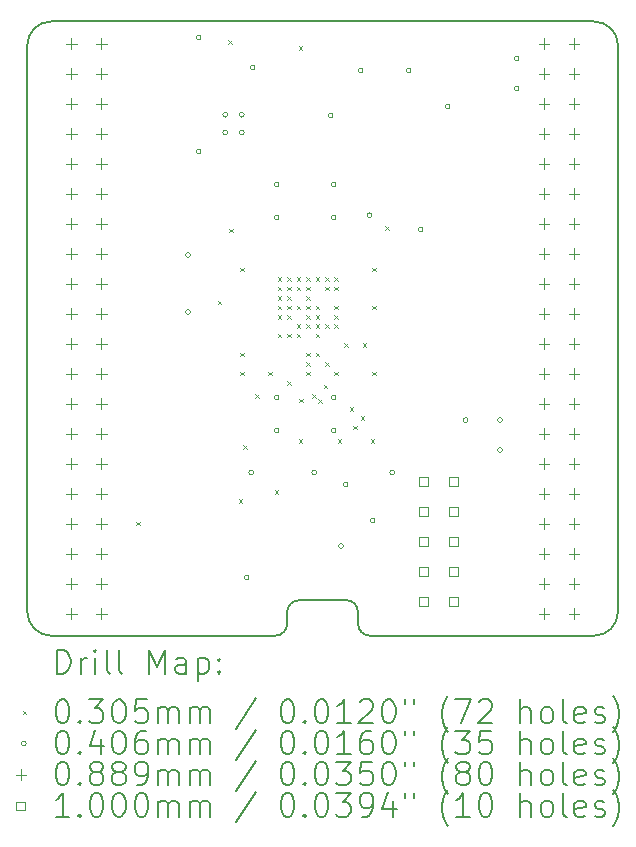
<source format=gbr>
%TF.GenerationSoftware,KiCad,Pcbnew,8.0.6*%
%TF.CreationDate,2025-10-07T20:56:46+05:30*%
%TF.ProjectId,tt-ecp5-cb,74742d65-6370-4352-9d63-622e6b696361,rev?*%
%TF.SameCoordinates,Original*%
%TF.FileFunction,Drillmap*%
%TF.FilePolarity,Positive*%
%FSLAX45Y45*%
G04 Gerber Fmt 4.5, Leading zero omitted, Abs format (unit mm)*
G04 Created by KiCad (PCBNEW 8.0.6) date 2025-10-07 20:56:46*
%MOMM*%
%LPD*%
G01*
G04 APERTURE LIST*
%ADD10C,0.180000*%
%ADD11C,0.200000*%
%ADD12C,0.100000*%
G04 APERTURE END LIST*
D10*
X9623900Y-11290000D02*
X9623900Y-6490000D01*
X9823900Y-6290000D02*
X14423900Y-6290000D01*
X11723900Y-11490000D02*
X9823900Y-11490000D01*
X11823900Y-11390000D02*
X11823900Y-11290000D01*
X11923900Y-11190000D02*
X12323900Y-11190000D01*
X12423900Y-11290000D02*
X12423900Y-11390000D01*
X14423900Y-11490000D02*
X12523900Y-11490000D01*
X14623900Y-6490000D02*
X14623900Y-11290000D01*
X9623900Y-6490000D02*
G75*
G02*
X9823900Y-6290000I200000J0D01*
G01*
X9823900Y-11490000D02*
G75*
G02*
X9623900Y-11290000I0J200000D01*
G01*
X11823900Y-11290000D02*
G75*
G02*
X11923900Y-11190000I100000J0D01*
G01*
X11823900Y-11390000D02*
G75*
G02*
X11723900Y-11490000I-100000J0D01*
G01*
X12323900Y-11190000D02*
G75*
G02*
X12423900Y-11290000I0J-100000D01*
G01*
X12523900Y-11490000D02*
G75*
G02*
X12423900Y-11390000I0J100000D01*
G01*
X14423900Y-6290000D02*
G75*
G02*
X14623900Y-6490000I0J-200000D01*
G01*
X14623900Y-11290000D02*
G75*
G02*
X14423900Y-11490000I-200000J0D01*
G01*
D11*
D12*
X10544760Y-10524760D02*
X10575240Y-10555240D01*
X10575240Y-10524760D02*
X10544760Y-10555240D01*
X11234760Y-8654760D02*
X11265240Y-8685240D01*
X11265240Y-8654760D02*
X11234760Y-8685240D01*
X11325860Y-6449060D02*
X11356340Y-6479540D01*
X11356340Y-6449060D02*
X11325860Y-6479540D01*
X11334760Y-8044760D02*
X11365240Y-8075240D01*
X11365240Y-8044760D02*
X11334760Y-8075240D01*
X11414760Y-10335260D02*
X11445240Y-10365740D01*
X11445240Y-10335260D02*
X11414760Y-10365740D01*
X11424760Y-8374760D02*
X11455240Y-8405240D01*
X11455240Y-8374760D02*
X11424760Y-8405240D01*
X11424760Y-9094760D02*
X11455240Y-9125240D01*
X11455240Y-9094760D02*
X11424760Y-9125240D01*
X11424760Y-9254760D02*
X11455240Y-9285240D01*
X11455240Y-9254760D02*
X11424760Y-9285240D01*
X11452860Y-9878060D02*
X11483340Y-9908540D01*
X11483340Y-9878060D02*
X11452860Y-9908540D01*
X11554760Y-9444760D02*
X11585240Y-9475240D01*
X11585240Y-9444760D02*
X11554760Y-9475240D01*
X11664760Y-9254760D02*
X11695240Y-9285240D01*
X11695240Y-9254760D02*
X11664760Y-9285240D01*
X11719560Y-10259060D02*
X11750040Y-10289540D01*
X11750040Y-10259060D02*
X11719560Y-10289540D01*
X11744760Y-8454760D02*
X11775240Y-8485240D01*
X11775240Y-8454760D02*
X11744760Y-8485240D01*
X11744760Y-8534760D02*
X11775240Y-8565240D01*
X11775240Y-8534760D02*
X11744760Y-8565240D01*
X11744760Y-8614760D02*
X11775240Y-8645240D01*
X11775240Y-8614760D02*
X11744760Y-8645240D01*
X11744760Y-8694760D02*
X11775240Y-8725240D01*
X11775240Y-8694760D02*
X11744760Y-8725240D01*
X11744760Y-8774760D02*
X11775240Y-8805240D01*
X11775240Y-8774760D02*
X11744760Y-8805240D01*
X11744760Y-8934760D02*
X11775240Y-8965240D01*
X11775240Y-8934760D02*
X11744760Y-8965240D01*
X11824760Y-8454760D02*
X11855240Y-8485240D01*
X11855240Y-8454760D02*
X11824760Y-8485240D01*
X11824760Y-8534760D02*
X11855240Y-8565240D01*
X11855240Y-8534760D02*
X11824760Y-8565240D01*
X11824760Y-8614760D02*
X11855240Y-8645240D01*
X11855240Y-8614760D02*
X11824760Y-8645240D01*
X11824760Y-8694760D02*
X11855240Y-8725240D01*
X11855240Y-8694760D02*
X11824760Y-8725240D01*
X11824760Y-8774760D02*
X11855240Y-8805240D01*
X11855240Y-8774760D02*
X11824760Y-8805240D01*
X11824760Y-8934760D02*
X11855240Y-8965240D01*
X11855240Y-8934760D02*
X11824760Y-8965240D01*
X11824760Y-9334760D02*
X11855240Y-9365240D01*
X11855240Y-9334760D02*
X11824760Y-9365240D01*
X11904760Y-8454760D02*
X11935240Y-8485240D01*
X11935240Y-8454760D02*
X11904760Y-8485240D01*
X11904760Y-8534760D02*
X11935240Y-8565240D01*
X11935240Y-8534760D02*
X11904760Y-8565240D01*
X11904760Y-8694760D02*
X11935240Y-8725240D01*
X11935240Y-8694760D02*
X11904760Y-8725240D01*
X11904760Y-8854760D02*
X11935240Y-8885240D01*
X11935240Y-8854760D02*
X11904760Y-8885240D01*
X11904760Y-8934760D02*
X11935240Y-8965240D01*
X11935240Y-8934760D02*
X11904760Y-8965240D01*
X11922760Y-6499860D02*
X11953240Y-6530340D01*
X11953240Y-6499860D02*
X11922760Y-6530340D01*
X11922760Y-9827260D02*
X11953240Y-9857740D01*
X11953240Y-9827260D02*
X11922760Y-9857740D01*
X11927840Y-9484360D02*
X11958320Y-9514840D01*
X11958320Y-9484360D02*
X11927840Y-9514840D01*
X11984679Y-9095001D02*
X12015159Y-9125481D01*
X12015159Y-9095001D02*
X11984679Y-9125481D01*
X11984760Y-8454760D02*
X12015240Y-8485240D01*
X12015240Y-8454760D02*
X11984760Y-8485240D01*
X11984760Y-8534760D02*
X12015240Y-8565240D01*
X12015240Y-8534760D02*
X11984760Y-8565240D01*
X11984760Y-8614760D02*
X12015240Y-8645240D01*
X12015240Y-8614760D02*
X11984760Y-8645240D01*
X11984760Y-8694760D02*
X12015240Y-8725240D01*
X12015240Y-8694760D02*
X11984760Y-8725240D01*
X11984760Y-8774760D02*
X12015240Y-8805240D01*
X12015240Y-8774760D02*
X11984760Y-8805240D01*
X11984760Y-8854760D02*
X12015240Y-8885240D01*
X12015240Y-8854760D02*
X11984760Y-8885240D01*
X11984760Y-9174760D02*
X12015240Y-9205240D01*
X12015240Y-9174760D02*
X11984760Y-9205240D01*
X11984760Y-9254760D02*
X12015240Y-9285240D01*
X12015240Y-9254760D02*
X11984760Y-9285240D01*
X12034760Y-9444760D02*
X12065240Y-9475240D01*
X12065240Y-9444760D02*
X12034760Y-9475240D01*
X12064760Y-8454760D02*
X12095240Y-8485240D01*
X12095240Y-8454760D02*
X12064760Y-8485240D01*
X12064760Y-8694760D02*
X12095240Y-8725240D01*
X12095240Y-8694760D02*
X12064760Y-8725240D01*
X12064760Y-8774760D02*
X12095240Y-8805240D01*
X12095240Y-8774760D02*
X12064760Y-8805240D01*
X12064760Y-8854760D02*
X12095240Y-8885240D01*
X12095240Y-8854760D02*
X12064760Y-8885240D01*
X12064760Y-8934760D02*
X12095240Y-8965240D01*
X12095240Y-8934760D02*
X12064760Y-8965240D01*
X12064760Y-9094760D02*
X12095240Y-9125240D01*
X12095240Y-9094760D02*
X12064760Y-9125240D01*
X12084760Y-9489440D02*
X12115240Y-9519920D01*
X12115240Y-9489440D02*
X12084760Y-9519920D01*
X12134760Y-9364760D02*
X12165240Y-9395240D01*
X12165240Y-9364760D02*
X12134760Y-9395240D01*
X12144760Y-8454760D02*
X12175240Y-8485240D01*
X12175240Y-8454760D02*
X12144760Y-8485240D01*
X12144760Y-8534760D02*
X12175240Y-8565240D01*
X12175240Y-8534760D02*
X12144760Y-8565240D01*
X12144760Y-8854760D02*
X12175240Y-8885240D01*
X12175240Y-8854760D02*
X12144760Y-8885240D01*
X12144760Y-9174760D02*
X12175240Y-9205240D01*
X12175240Y-9174760D02*
X12144760Y-9205240D01*
X12224760Y-8454760D02*
X12255240Y-8485240D01*
X12255240Y-8454760D02*
X12224760Y-8485240D01*
X12224760Y-8534760D02*
X12255240Y-8565240D01*
X12255240Y-8534760D02*
X12224760Y-8565240D01*
X12224760Y-8694760D02*
X12255240Y-8725240D01*
X12255240Y-8694760D02*
X12224760Y-8725240D01*
X12224760Y-8774760D02*
X12255240Y-8805240D01*
X12255240Y-8774760D02*
X12224760Y-8805240D01*
X12224760Y-8854760D02*
X12255240Y-8885240D01*
X12255240Y-8854760D02*
X12224760Y-8885240D01*
X12224760Y-9254760D02*
X12255240Y-9285240D01*
X12255240Y-9254760D02*
X12224760Y-9285240D01*
X12252960Y-9827260D02*
X12283440Y-9857740D01*
X12283440Y-9827260D02*
X12252960Y-9857740D01*
X12304760Y-9014760D02*
X12335240Y-9045240D01*
X12335240Y-9014760D02*
X12304760Y-9045240D01*
X12354760Y-9554760D02*
X12385240Y-9585240D01*
X12385240Y-9554760D02*
X12354760Y-9585240D01*
X12383596Y-9712960D02*
X12414076Y-9743440D01*
X12414076Y-9712960D02*
X12383596Y-9743440D01*
X12446000Y-9631680D02*
X12476480Y-9662160D01*
X12476480Y-9631680D02*
X12446000Y-9662160D01*
X12464760Y-9014760D02*
X12495240Y-9045240D01*
X12495240Y-9014760D02*
X12464760Y-9045240D01*
X12532360Y-9827260D02*
X12562840Y-9857740D01*
X12562840Y-9827260D02*
X12532360Y-9857740D01*
X12544760Y-8374760D02*
X12575240Y-8405240D01*
X12575240Y-8374760D02*
X12544760Y-8405240D01*
X12544760Y-8694760D02*
X12575240Y-8725240D01*
X12575240Y-8694760D02*
X12544760Y-8725240D01*
X12544760Y-9254760D02*
X12575240Y-9285240D01*
X12575240Y-9254760D02*
X12544760Y-9285240D01*
X12654760Y-8024760D02*
X12685240Y-8055240D01*
X12685240Y-8024760D02*
X12654760Y-8055240D01*
X11005820Y-8267700D02*
G75*
G02*
X10965180Y-8267700I-20320J0D01*
G01*
X10965180Y-8267700D02*
G75*
G02*
X11005820Y-8267700I20320J0D01*
G01*
X11005820Y-8750300D02*
G75*
G02*
X10965180Y-8750300I-20320J0D01*
G01*
X10965180Y-8750300D02*
G75*
G02*
X11005820Y-8750300I20320J0D01*
G01*
X11094720Y-6426200D02*
G75*
G02*
X11054080Y-6426200I-20320J0D01*
G01*
X11054080Y-6426200D02*
G75*
G02*
X11094720Y-6426200I20320J0D01*
G01*
X11094720Y-7391400D02*
G75*
G02*
X11054080Y-7391400I-20320J0D01*
G01*
X11054080Y-7391400D02*
G75*
G02*
X11094720Y-7391400I20320J0D01*
G01*
X11320320Y-7080000D02*
G75*
G02*
X11279680Y-7080000I-20320J0D01*
G01*
X11279680Y-7080000D02*
G75*
G02*
X11320320Y-7080000I20320J0D01*
G01*
X11320320Y-7230000D02*
G75*
G02*
X11279680Y-7230000I-20320J0D01*
G01*
X11279680Y-7230000D02*
G75*
G02*
X11320320Y-7230000I20320J0D01*
G01*
X11460320Y-7080000D02*
G75*
G02*
X11419680Y-7080000I-20320J0D01*
G01*
X11419680Y-7080000D02*
G75*
G02*
X11460320Y-7080000I20320J0D01*
G01*
X11460320Y-7230000D02*
G75*
G02*
X11419680Y-7230000I-20320J0D01*
G01*
X11419680Y-7230000D02*
G75*
G02*
X11460320Y-7230000I20320J0D01*
G01*
X11501120Y-10998200D02*
G75*
G02*
X11460480Y-10998200I-20320J0D01*
G01*
X11460480Y-10998200D02*
G75*
G02*
X11501120Y-10998200I20320J0D01*
G01*
X11539220Y-10109200D02*
G75*
G02*
X11498580Y-10109200I-20320J0D01*
G01*
X11498580Y-10109200D02*
G75*
G02*
X11539220Y-10109200I20320J0D01*
G01*
X11551920Y-6680200D02*
G75*
G02*
X11511280Y-6680200I-20320J0D01*
G01*
X11511280Y-6680200D02*
G75*
G02*
X11551920Y-6680200I20320J0D01*
G01*
X11755120Y-7670800D02*
G75*
G02*
X11714480Y-7670800I-20320J0D01*
G01*
X11714480Y-7670800D02*
G75*
G02*
X11755120Y-7670800I20320J0D01*
G01*
X11755120Y-7950200D02*
G75*
G02*
X11714480Y-7950200I-20320J0D01*
G01*
X11714480Y-7950200D02*
G75*
G02*
X11755120Y-7950200I20320J0D01*
G01*
X11755120Y-9474200D02*
G75*
G02*
X11714480Y-9474200I-20320J0D01*
G01*
X11714480Y-9474200D02*
G75*
G02*
X11755120Y-9474200I20320J0D01*
G01*
X11755120Y-9753600D02*
G75*
G02*
X11714480Y-9753600I-20320J0D01*
G01*
X11714480Y-9753600D02*
G75*
G02*
X11755120Y-9753600I20320J0D01*
G01*
X12072620Y-10109200D02*
G75*
G02*
X12031980Y-10109200I-20320J0D01*
G01*
X12031980Y-10109200D02*
G75*
G02*
X12072620Y-10109200I20320J0D01*
G01*
X12212320Y-7086600D02*
G75*
G02*
X12171680Y-7086600I-20320J0D01*
G01*
X12171680Y-7086600D02*
G75*
G02*
X12212320Y-7086600I20320J0D01*
G01*
X12237720Y-7670800D02*
G75*
G02*
X12197080Y-7670800I-20320J0D01*
G01*
X12197080Y-7670800D02*
G75*
G02*
X12237720Y-7670800I20320J0D01*
G01*
X12237720Y-7950200D02*
G75*
G02*
X12197080Y-7950200I-20320J0D01*
G01*
X12197080Y-7950200D02*
G75*
G02*
X12237720Y-7950200I20320J0D01*
G01*
X12237720Y-9474200D02*
G75*
G02*
X12197080Y-9474200I-20320J0D01*
G01*
X12197080Y-9474200D02*
G75*
G02*
X12237720Y-9474200I20320J0D01*
G01*
X12237720Y-9753600D02*
G75*
G02*
X12197080Y-9753600I-20320J0D01*
G01*
X12197080Y-9753600D02*
G75*
G02*
X12237720Y-9753600I20320J0D01*
G01*
X12301220Y-10731500D02*
G75*
G02*
X12260580Y-10731500I-20320J0D01*
G01*
X12260580Y-10731500D02*
G75*
G02*
X12301220Y-10731500I20320J0D01*
G01*
X12339320Y-10210800D02*
G75*
G02*
X12298680Y-10210800I-20320J0D01*
G01*
X12298680Y-10210800D02*
G75*
G02*
X12339320Y-10210800I20320J0D01*
G01*
X12466320Y-6705600D02*
G75*
G02*
X12425680Y-6705600I-20320J0D01*
G01*
X12425680Y-6705600D02*
G75*
G02*
X12466320Y-6705600I20320J0D01*
G01*
X12540320Y-7930000D02*
G75*
G02*
X12499680Y-7930000I-20320J0D01*
G01*
X12499680Y-7930000D02*
G75*
G02*
X12540320Y-7930000I20320J0D01*
G01*
X12567920Y-10515600D02*
G75*
G02*
X12527280Y-10515600I-20320J0D01*
G01*
X12527280Y-10515600D02*
G75*
G02*
X12567920Y-10515600I20320J0D01*
G01*
X12733020Y-10109200D02*
G75*
G02*
X12692380Y-10109200I-20320J0D01*
G01*
X12692380Y-10109200D02*
G75*
G02*
X12733020Y-10109200I20320J0D01*
G01*
X12872720Y-6705600D02*
G75*
G02*
X12832080Y-6705600I-20320J0D01*
G01*
X12832080Y-6705600D02*
G75*
G02*
X12872720Y-6705600I20320J0D01*
G01*
X12974320Y-8051800D02*
G75*
G02*
X12933680Y-8051800I-20320J0D01*
G01*
X12933680Y-8051800D02*
G75*
G02*
X12974320Y-8051800I20320J0D01*
G01*
X13202920Y-7010400D02*
G75*
G02*
X13162280Y-7010400I-20320J0D01*
G01*
X13162280Y-7010400D02*
G75*
G02*
X13202920Y-7010400I20320J0D01*
G01*
X13355320Y-9664700D02*
G75*
G02*
X13314680Y-9664700I-20320J0D01*
G01*
X13314680Y-9664700D02*
G75*
G02*
X13355320Y-9664700I20320J0D01*
G01*
X13647420Y-9664700D02*
G75*
G02*
X13606780Y-9664700I-20320J0D01*
G01*
X13606780Y-9664700D02*
G75*
G02*
X13647420Y-9664700I20320J0D01*
G01*
X13647420Y-9918700D02*
G75*
G02*
X13606780Y-9918700I-20320J0D01*
G01*
X13606780Y-9918700D02*
G75*
G02*
X13647420Y-9918700I20320J0D01*
G01*
X13787120Y-6604000D02*
G75*
G02*
X13746480Y-6604000I-20320J0D01*
G01*
X13746480Y-6604000D02*
G75*
G02*
X13787120Y-6604000I20320J0D01*
G01*
X13787120Y-6858000D02*
G75*
G02*
X13746480Y-6858000I-20320J0D01*
G01*
X13746480Y-6858000D02*
G75*
G02*
X13787120Y-6858000I20320J0D01*
G01*
X9996900Y-6432550D02*
X9996900Y-6521450D01*
X9952450Y-6477000D02*
X10041350Y-6477000D01*
X9996900Y-6686550D02*
X9996900Y-6775450D01*
X9952450Y-6731000D02*
X10041350Y-6731000D01*
X9996900Y-6940550D02*
X9996900Y-7029450D01*
X9952450Y-6985000D02*
X10041350Y-6985000D01*
X9996900Y-7194550D02*
X9996900Y-7283450D01*
X9952450Y-7239000D02*
X10041350Y-7239000D01*
X9996900Y-7448550D02*
X9996900Y-7537450D01*
X9952450Y-7493000D02*
X10041350Y-7493000D01*
X9996900Y-7702550D02*
X9996900Y-7791450D01*
X9952450Y-7747000D02*
X10041350Y-7747000D01*
X9996900Y-7956550D02*
X9996900Y-8045450D01*
X9952450Y-8001000D02*
X10041350Y-8001000D01*
X9996900Y-8210550D02*
X9996900Y-8299450D01*
X9952450Y-8255000D02*
X10041350Y-8255000D01*
X9996900Y-8464550D02*
X9996900Y-8553450D01*
X9952450Y-8509000D02*
X10041350Y-8509000D01*
X9996900Y-8718550D02*
X9996900Y-8807450D01*
X9952450Y-8763000D02*
X10041350Y-8763000D01*
X9996900Y-8972550D02*
X9996900Y-9061450D01*
X9952450Y-9017000D02*
X10041350Y-9017000D01*
X9996900Y-9226550D02*
X9996900Y-9315450D01*
X9952450Y-9271000D02*
X10041350Y-9271000D01*
X9996900Y-9480550D02*
X9996900Y-9569450D01*
X9952450Y-9525000D02*
X10041350Y-9525000D01*
X9996900Y-9734550D02*
X9996900Y-9823450D01*
X9952450Y-9779000D02*
X10041350Y-9779000D01*
X9996900Y-9988550D02*
X9996900Y-10077450D01*
X9952450Y-10033000D02*
X10041350Y-10033000D01*
X9996900Y-10242550D02*
X9996900Y-10331450D01*
X9952450Y-10287000D02*
X10041350Y-10287000D01*
X9996900Y-10496550D02*
X9996900Y-10585450D01*
X9952450Y-10541000D02*
X10041350Y-10541000D01*
X9996900Y-10750550D02*
X9996900Y-10839450D01*
X9952450Y-10795000D02*
X10041350Y-10795000D01*
X9996900Y-11004550D02*
X9996900Y-11093450D01*
X9952450Y-11049000D02*
X10041350Y-11049000D01*
X9996900Y-11258550D02*
X9996900Y-11347450D01*
X9952450Y-11303000D02*
X10041350Y-11303000D01*
X10250900Y-6432550D02*
X10250900Y-6521450D01*
X10206450Y-6477000D02*
X10295350Y-6477000D01*
X10250900Y-6686550D02*
X10250900Y-6775450D01*
X10206450Y-6731000D02*
X10295350Y-6731000D01*
X10250900Y-6940550D02*
X10250900Y-7029450D01*
X10206450Y-6985000D02*
X10295350Y-6985000D01*
X10250900Y-7194550D02*
X10250900Y-7283450D01*
X10206450Y-7239000D02*
X10295350Y-7239000D01*
X10250900Y-7448550D02*
X10250900Y-7537450D01*
X10206450Y-7493000D02*
X10295350Y-7493000D01*
X10250900Y-7702550D02*
X10250900Y-7791450D01*
X10206450Y-7747000D02*
X10295350Y-7747000D01*
X10250900Y-7956550D02*
X10250900Y-8045450D01*
X10206450Y-8001000D02*
X10295350Y-8001000D01*
X10250900Y-8210550D02*
X10250900Y-8299450D01*
X10206450Y-8255000D02*
X10295350Y-8255000D01*
X10250900Y-8464550D02*
X10250900Y-8553450D01*
X10206450Y-8509000D02*
X10295350Y-8509000D01*
X10250900Y-8718550D02*
X10250900Y-8807450D01*
X10206450Y-8763000D02*
X10295350Y-8763000D01*
X10250900Y-8972550D02*
X10250900Y-9061450D01*
X10206450Y-9017000D02*
X10295350Y-9017000D01*
X10250900Y-9226550D02*
X10250900Y-9315450D01*
X10206450Y-9271000D02*
X10295350Y-9271000D01*
X10250900Y-9480550D02*
X10250900Y-9569450D01*
X10206450Y-9525000D02*
X10295350Y-9525000D01*
X10250900Y-9734550D02*
X10250900Y-9823450D01*
X10206450Y-9779000D02*
X10295350Y-9779000D01*
X10250900Y-9988550D02*
X10250900Y-10077450D01*
X10206450Y-10033000D02*
X10295350Y-10033000D01*
X10250900Y-10242550D02*
X10250900Y-10331450D01*
X10206450Y-10287000D02*
X10295350Y-10287000D01*
X10250900Y-10496550D02*
X10250900Y-10585450D01*
X10206450Y-10541000D02*
X10295350Y-10541000D01*
X10250900Y-10750550D02*
X10250900Y-10839450D01*
X10206450Y-10795000D02*
X10295350Y-10795000D01*
X10250900Y-11004550D02*
X10250900Y-11093450D01*
X10206450Y-11049000D02*
X10295350Y-11049000D01*
X10250900Y-11258550D02*
X10250900Y-11347450D01*
X10206450Y-11303000D02*
X10295350Y-11303000D01*
X13996900Y-6432550D02*
X13996900Y-6521450D01*
X13952450Y-6477000D02*
X14041350Y-6477000D01*
X13996900Y-6686550D02*
X13996900Y-6775450D01*
X13952450Y-6731000D02*
X14041350Y-6731000D01*
X13996900Y-6940550D02*
X13996900Y-7029450D01*
X13952450Y-6985000D02*
X14041350Y-6985000D01*
X13996900Y-7194550D02*
X13996900Y-7283450D01*
X13952450Y-7239000D02*
X14041350Y-7239000D01*
X13996900Y-7448550D02*
X13996900Y-7537450D01*
X13952450Y-7493000D02*
X14041350Y-7493000D01*
X13996900Y-7702550D02*
X13996900Y-7791450D01*
X13952450Y-7747000D02*
X14041350Y-7747000D01*
X13996900Y-7956550D02*
X13996900Y-8045450D01*
X13952450Y-8001000D02*
X14041350Y-8001000D01*
X13996900Y-8210550D02*
X13996900Y-8299450D01*
X13952450Y-8255000D02*
X14041350Y-8255000D01*
X13996900Y-8464550D02*
X13996900Y-8553450D01*
X13952450Y-8509000D02*
X14041350Y-8509000D01*
X13996900Y-8718550D02*
X13996900Y-8807450D01*
X13952450Y-8763000D02*
X14041350Y-8763000D01*
X13996900Y-8972550D02*
X13996900Y-9061450D01*
X13952450Y-9017000D02*
X14041350Y-9017000D01*
X13996900Y-9226550D02*
X13996900Y-9315450D01*
X13952450Y-9271000D02*
X14041350Y-9271000D01*
X13996900Y-9480550D02*
X13996900Y-9569450D01*
X13952450Y-9525000D02*
X14041350Y-9525000D01*
X13996900Y-9734550D02*
X13996900Y-9823450D01*
X13952450Y-9779000D02*
X14041350Y-9779000D01*
X13996900Y-9988550D02*
X13996900Y-10077450D01*
X13952450Y-10033000D02*
X14041350Y-10033000D01*
X13996900Y-10242550D02*
X13996900Y-10331450D01*
X13952450Y-10287000D02*
X14041350Y-10287000D01*
X13996900Y-10496550D02*
X13996900Y-10585450D01*
X13952450Y-10541000D02*
X14041350Y-10541000D01*
X13996900Y-10750550D02*
X13996900Y-10839450D01*
X13952450Y-10795000D02*
X14041350Y-10795000D01*
X13996900Y-11004550D02*
X13996900Y-11093450D01*
X13952450Y-11049000D02*
X14041350Y-11049000D01*
X13996900Y-11258550D02*
X13996900Y-11347450D01*
X13952450Y-11303000D02*
X14041350Y-11303000D01*
X14250900Y-6432550D02*
X14250900Y-6521450D01*
X14206450Y-6477000D02*
X14295350Y-6477000D01*
X14250900Y-6686550D02*
X14250900Y-6775450D01*
X14206450Y-6731000D02*
X14295350Y-6731000D01*
X14250900Y-6940550D02*
X14250900Y-7029450D01*
X14206450Y-6985000D02*
X14295350Y-6985000D01*
X14250900Y-7194550D02*
X14250900Y-7283450D01*
X14206450Y-7239000D02*
X14295350Y-7239000D01*
X14250900Y-7448550D02*
X14250900Y-7537450D01*
X14206450Y-7493000D02*
X14295350Y-7493000D01*
X14250900Y-7702550D02*
X14250900Y-7791450D01*
X14206450Y-7747000D02*
X14295350Y-7747000D01*
X14250900Y-7956550D02*
X14250900Y-8045450D01*
X14206450Y-8001000D02*
X14295350Y-8001000D01*
X14250900Y-8210550D02*
X14250900Y-8299450D01*
X14206450Y-8255000D02*
X14295350Y-8255000D01*
X14250900Y-8464550D02*
X14250900Y-8553450D01*
X14206450Y-8509000D02*
X14295350Y-8509000D01*
X14250900Y-8718550D02*
X14250900Y-8807450D01*
X14206450Y-8763000D02*
X14295350Y-8763000D01*
X14250900Y-8972550D02*
X14250900Y-9061450D01*
X14206450Y-9017000D02*
X14295350Y-9017000D01*
X14250900Y-9226550D02*
X14250900Y-9315450D01*
X14206450Y-9271000D02*
X14295350Y-9271000D01*
X14250900Y-9480550D02*
X14250900Y-9569450D01*
X14206450Y-9525000D02*
X14295350Y-9525000D01*
X14250900Y-9734550D02*
X14250900Y-9823450D01*
X14206450Y-9779000D02*
X14295350Y-9779000D01*
X14250900Y-9988550D02*
X14250900Y-10077450D01*
X14206450Y-10033000D02*
X14295350Y-10033000D01*
X14250900Y-10242550D02*
X14250900Y-10331450D01*
X14206450Y-10287000D02*
X14295350Y-10287000D01*
X14250900Y-10496550D02*
X14250900Y-10585450D01*
X14206450Y-10541000D02*
X14295350Y-10541000D01*
X14250900Y-10750550D02*
X14250900Y-10839450D01*
X14206450Y-10795000D02*
X14295350Y-10795000D01*
X14250900Y-11004550D02*
X14250900Y-11093450D01*
X14206450Y-11049000D02*
X14295350Y-11049000D01*
X14250900Y-11258550D02*
X14250900Y-11347450D01*
X14206450Y-11303000D02*
X14295350Y-11303000D01*
X13014756Y-10220756D02*
X13014756Y-10150044D01*
X12944044Y-10150044D01*
X12944044Y-10220756D01*
X13014756Y-10220756D01*
X13014756Y-10474756D02*
X13014756Y-10404044D01*
X12944044Y-10404044D01*
X12944044Y-10474756D01*
X13014756Y-10474756D01*
X13014756Y-10728756D02*
X13014756Y-10658044D01*
X12944044Y-10658044D01*
X12944044Y-10728756D01*
X13014756Y-10728756D01*
X13014756Y-10982756D02*
X13014756Y-10912044D01*
X12944044Y-10912044D01*
X12944044Y-10982756D01*
X13014756Y-10982756D01*
X13014756Y-11236756D02*
X13014756Y-11166044D01*
X12944044Y-11166044D01*
X12944044Y-11236756D01*
X13014756Y-11236756D01*
X13268756Y-10220756D02*
X13268756Y-10150044D01*
X13198044Y-10150044D01*
X13198044Y-10220756D01*
X13268756Y-10220756D01*
X13268756Y-10474756D02*
X13268756Y-10404044D01*
X13198044Y-10404044D01*
X13198044Y-10474756D01*
X13268756Y-10474756D01*
X13268756Y-10728756D02*
X13268756Y-10658044D01*
X13198044Y-10658044D01*
X13198044Y-10728756D01*
X13268756Y-10728756D01*
X13268756Y-10982756D02*
X13268756Y-10912044D01*
X13198044Y-10912044D01*
X13198044Y-10982756D01*
X13268756Y-10982756D01*
X13268756Y-11236756D02*
X13268756Y-11166044D01*
X13198044Y-11166044D01*
X13198044Y-11236756D01*
X13268756Y-11236756D01*
D11*
X9875677Y-11810484D02*
X9875677Y-11610484D01*
X9875677Y-11610484D02*
X9923296Y-11610484D01*
X9923296Y-11610484D02*
X9951867Y-11620008D01*
X9951867Y-11620008D02*
X9970915Y-11639055D01*
X9970915Y-11639055D02*
X9980439Y-11658103D01*
X9980439Y-11658103D02*
X9989963Y-11696198D01*
X9989963Y-11696198D02*
X9989963Y-11724769D01*
X9989963Y-11724769D02*
X9980439Y-11762865D01*
X9980439Y-11762865D02*
X9970915Y-11781912D01*
X9970915Y-11781912D02*
X9951867Y-11800960D01*
X9951867Y-11800960D02*
X9923296Y-11810484D01*
X9923296Y-11810484D02*
X9875677Y-11810484D01*
X10075677Y-11810484D02*
X10075677Y-11677150D01*
X10075677Y-11715246D02*
X10085201Y-11696198D01*
X10085201Y-11696198D02*
X10094724Y-11686674D01*
X10094724Y-11686674D02*
X10113772Y-11677150D01*
X10113772Y-11677150D02*
X10132820Y-11677150D01*
X10199486Y-11810484D02*
X10199486Y-11677150D01*
X10199486Y-11610484D02*
X10189963Y-11620008D01*
X10189963Y-11620008D02*
X10199486Y-11629531D01*
X10199486Y-11629531D02*
X10209010Y-11620008D01*
X10209010Y-11620008D02*
X10199486Y-11610484D01*
X10199486Y-11610484D02*
X10199486Y-11629531D01*
X10323296Y-11810484D02*
X10304248Y-11800960D01*
X10304248Y-11800960D02*
X10294724Y-11781912D01*
X10294724Y-11781912D02*
X10294724Y-11610484D01*
X10428058Y-11810484D02*
X10409010Y-11800960D01*
X10409010Y-11800960D02*
X10399486Y-11781912D01*
X10399486Y-11781912D02*
X10399486Y-11610484D01*
X10656629Y-11810484D02*
X10656629Y-11610484D01*
X10656629Y-11610484D02*
X10723296Y-11753341D01*
X10723296Y-11753341D02*
X10789963Y-11610484D01*
X10789963Y-11610484D02*
X10789963Y-11810484D01*
X10970915Y-11810484D02*
X10970915Y-11705722D01*
X10970915Y-11705722D02*
X10961391Y-11686674D01*
X10961391Y-11686674D02*
X10942344Y-11677150D01*
X10942344Y-11677150D02*
X10904248Y-11677150D01*
X10904248Y-11677150D02*
X10885201Y-11686674D01*
X10970915Y-11800960D02*
X10951867Y-11810484D01*
X10951867Y-11810484D02*
X10904248Y-11810484D01*
X10904248Y-11810484D02*
X10885201Y-11800960D01*
X10885201Y-11800960D02*
X10875677Y-11781912D01*
X10875677Y-11781912D02*
X10875677Y-11762865D01*
X10875677Y-11762865D02*
X10885201Y-11743817D01*
X10885201Y-11743817D02*
X10904248Y-11734293D01*
X10904248Y-11734293D02*
X10951867Y-11734293D01*
X10951867Y-11734293D02*
X10970915Y-11724769D01*
X11066153Y-11677150D02*
X11066153Y-11877150D01*
X11066153Y-11686674D02*
X11085201Y-11677150D01*
X11085201Y-11677150D02*
X11123296Y-11677150D01*
X11123296Y-11677150D02*
X11142344Y-11686674D01*
X11142344Y-11686674D02*
X11151867Y-11696198D01*
X11151867Y-11696198D02*
X11161391Y-11715246D01*
X11161391Y-11715246D02*
X11161391Y-11772388D01*
X11161391Y-11772388D02*
X11151867Y-11791436D01*
X11151867Y-11791436D02*
X11142344Y-11800960D01*
X11142344Y-11800960D02*
X11123296Y-11810484D01*
X11123296Y-11810484D02*
X11085201Y-11810484D01*
X11085201Y-11810484D02*
X11066153Y-11800960D01*
X11247105Y-11791436D02*
X11256629Y-11800960D01*
X11256629Y-11800960D02*
X11247105Y-11810484D01*
X11247105Y-11810484D02*
X11237582Y-11800960D01*
X11237582Y-11800960D02*
X11247105Y-11791436D01*
X11247105Y-11791436D02*
X11247105Y-11810484D01*
X11247105Y-11686674D02*
X11256629Y-11696198D01*
X11256629Y-11696198D02*
X11247105Y-11705722D01*
X11247105Y-11705722D02*
X11237582Y-11696198D01*
X11237582Y-11696198D02*
X11247105Y-11686674D01*
X11247105Y-11686674D02*
X11247105Y-11705722D01*
D12*
X9584420Y-12123760D02*
X9614900Y-12154240D01*
X9614900Y-12123760D02*
X9584420Y-12154240D01*
D11*
X9913772Y-12030484D02*
X9932820Y-12030484D01*
X9932820Y-12030484D02*
X9951867Y-12040008D01*
X9951867Y-12040008D02*
X9961391Y-12049531D01*
X9961391Y-12049531D02*
X9970915Y-12068579D01*
X9970915Y-12068579D02*
X9980439Y-12106674D01*
X9980439Y-12106674D02*
X9980439Y-12154293D01*
X9980439Y-12154293D02*
X9970915Y-12192388D01*
X9970915Y-12192388D02*
X9961391Y-12211436D01*
X9961391Y-12211436D02*
X9951867Y-12220960D01*
X9951867Y-12220960D02*
X9932820Y-12230484D01*
X9932820Y-12230484D02*
X9913772Y-12230484D01*
X9913772Y-12230484D02*
X9894724Y-12220960D01*
X9894724Y-12220960D02*
X9885201Y-12211436D01*
X9885201Y-12211436D02*
X9875677Y-12192388D01*
X9875677Y-12192388D02*
X9866153Y-12154293D01*
X9866153Y-12154293D02*
X9866153Y-12106674D01*
X9866153Y-12106674D02*
X9875677Y-12068579D01*
X9875677Y-12068579D02*
X9885201Y-12049531D01*
X9885201Y-12049531D02*
X9894724Y-12040008D01*
X9894724Y-12040008D02*
X9913772Y-12030484D01*
X10066153Y-12211436D02*
X10075677Y-12220960D01*
X10075677Y-12220960D02*
X10066153Y-12230484D01*
X10066153Y-12230484D02*
X10056629Y-12220960D01*
X10056629Y-12220960D02*
X10066153Y-12211436D01*
X10066153Y-12211436D02*
X10066153Y-12230484D01*
X10142344Y-12030484D02*
X10266153Y-12030484D01*
X10266153Y-12030484D02*
X10199486Y-12106674D01*
X10199486Y-12106674D02*
X10228058Y-12106674D01*
X10228058Y-12106674D02*
X10247105Y-12116198D01*
X10247105Y-12116198D02*
X10256629Y-12125722D01*
X10256629Y-12125722D02*
X10266153Y-12144769D01*
X10266153Y-12144769D02*
X10266153Y-12192388D01*
X10266153Y-12192388D02*
X10256629Y-12211436D01*
X10256629Y-12211436D02*
X10247105Y-12220960D01*
X10247105Y-12220960D02*
X10228058Y-12230484D01*
X10228058Y-12230484D02*
X10170915Y-12230484D01*
X10170915Y-12230484D02*
X10151867Y-12220960D01*
X10151867Y-12220960D02*
X10142344Y-12211436D01*
X10389963Y-12030484D02*
X10409010Y-12030484D01*
X10409010Y-12030484D02*
X10428058Y-12040008D01*
X10428058Y-12040008D02*
X10437582Y-12049531D01*
X10437582Y-12049531D02*
X10447105Y-12068579D01*
X10447105Y-12068579D02*
X10456629Y-12106674D01*
X10456629Y-12106674D02*
X10456629Y-12154293D01*
X10456629Y-12154293D02*
X10447105Y-12192388D01*
X10447105Y-12192388D02*
X10437582Y-12211436D01*
X10437582Y-12211436D02*
X10428058Y-12220960D01*
X10428058Y-12220960D02*
X10409010Y-12230484D01*
X10409010Y-12230484D02*
X10389963Y-12230484D01*
X10389963Y-12230484D02*
X10370915Y-12220960D01*
X10370915Y-12220960D02*
X10361391Y-12211436D01*
X10361391Y-12211436D02*
X10351867Y-12192388D01*
X10351867Y-12192388D02*
X10342344Y-12154293D01*
X10342344Y-12154293D02*
X10342344Y-12106674D01*
X10342344Y-12106674D02*
X10351867Y-12068579D01*
X10351867Y-12068579D02*
X10361391Y-12049531D01*
X10361391Y-12049531D02*
X10370915Y-12040008D01*
X10370915Y-12040008D02*
X10389963Y-12030484D01*
X10637582Y-12030484D02*
X10542344Y-12030484D01*
X10542344Y-12030484D02*
X10532820Y-12125722D01*
X10532820Y-12125722D02*
X10542344Y-12116198D01*
X10542344Y-12116198D02*
X10561391Y-12106674D01*
X10561391Y-12106674D02*
X10609010Y-12106674D01*
X10609010Y-12106674D02*
X10628058Y-12116198D01*
X10628058Y-12116198D02*
X10637582Y-12125722D01*
X10637582Y-12125722D02*
X10647105Y-12144769D01*
X10647105Y-12144769D02*
X10647105Y-12192388D01*
X10647105Y-12192388D02*
X10637582Y-12211436D01*
X10637582Y-12211436D02*
X10628058Y-12220960D01*
X10628058Y-12220960D02*
X10609010Y-12230484D01*
X10609010Y-12230484D02*
X10561391Y-12230484D01*
X10561391Y-12230484D02*
X10542344Y-12220960D01*
X10542344Y-12220960D02*
X10532820Y-12211436D01*
X10732820Y-12230484D02*
X10732820Y-12097150D01*
X10732820Y-12116198D02*
X10742344Y-12106674D01*
X10742344Y-12106674D02*
X10761391Y-12097150D01*
X10761391Y-12097150D02*
X10789963Y-12097150D01*
X10789963Y-12097150D02*
X10809010Y-12106674D01*
X10809010Y-12106674D02*
X10818534Y-12125722D01*
X10818534Y-12125722D02*
X10818534Y-12230484D01*
X10818534Y-12125722D02*
X10828058Y-12106674D01*
X10828058Y-12106674D02*
X10847105Y-12097150D01*
X10847105Y-12097150D02*
X10875677Y-12097150D01*
X10875677Y-12097150D02*
X10894725Y-12106674D01*
X10894725Y-12106674D02*
X10904248Y-12125722D01*
X10904248Y-12125722D02*
X10904248Y-12230484D01*
X10999486Y-12230484D02*
X10999486Y-12097150D01*
X10999486Y-12116198D02*
X11009010Y-12106674D01*
X11009010Y-12106674D02*
X11028058Y-12097150D01*
X11028058Y-12097150D02*
X11056629Y-12097150D01*
X11056629Y-12097150D02*
X11075677Y-12106674D01*
X11075677Y-12106674D02*
X11085201Y-12125722D01*
X11085201Y-12125722D02*
X11085201Y-12230484D01*
X11085201Y-12125722D02*
X11094725Y-12106674D01*
X11094725Y-12106674D02*
X11113772Y-12097150D01*
X11113772Y-12097150D02*
X11142344Y-12097150D01*
X11142344Y-12097150D02*
X11161391Y-12106674D01*
X11161391Y-12106674D02*
X11170915Y-12125722D01*
X11170915Y-12125722D02*
X11170915Y-12230484D01*
X11561391Y-12020960D02*
X11389963Y-12278103D01*
X11818534Y-12030484D02*
X11837582Y-12030484D01*
X11837582Y-12030484D02*
X11856629Y-12040008D01*
X11856629Y-12040008D02*
X11866153Y-12049531D01*
X11866153Y-12049531D02*
X11875677Y-12068579D01*
X11875677Y-12068579D02*
X11885201Y-12106674D01*
X11885201Y-12106674D02*
X11885201Y-12154293D01*
X11885201Y-12154293D02*
X11875677Y-12192388D01*
X11875677Y-12192388D02*
X11866153Y-12211436D01*
X11866153Y-12211436D02*
X11856629Y-12220960D01*
X11856629Y-12220960D02*
X11837582Y-12230484D01*
X11837582Y-12230484D02*
X11818534Y-12230484D01*
X11818534Y-12230484D02*
X11799486Y-12220960D01*
X11799486Y-12220960D02*
X11789963Y-12211436D01*
X11789963Y-12211436D02*
X11780439Y-12192388D01*
X11780439Y-12192388D02*
X11770915Y-12154293D01*
X11770915Y-12154293D02*
X11770915Y-12106674D01*
X11770915Y-12106674D02*
X11780439Y-12068579D01*
X11780439Y-12068579D02*
X11789963Y-12049531D01*
X11789963Y-12049531D02*
X11799486Y-12040008D01*
X11799486Y-12040008D02*
X11818534Y-12030484D01*
X11970915Y-12211436D02*
X11980439Y-12220960D01*
X11980439Y-12220960D02*
X11970915Y-12230484D01*
X11970915Y-12230484D02*
X11961391Y-12220960D01*
X11961391Y-12220960D02*
X11970915Y-12211436D01*
X11970915Y-12211436D02*
X11970915Y-12230484D01*
X12104248Y-12030484D02*
X12123296Y-12030484D01*
X12123296Y-12030484D02*
X12142344Y-12040008D01*
X12142344Y-12040008D02*
X12151867Y-12049531D01*
X12151867Y-12049531D02*
X12161391Y-12068579D01*
X12161391Y-12068579D02*
X12170915Y-12106674D01*
X12170915Y-12106674D02*
X12170915Y-12154293D01*
X12170915Y-12154293D02*
X12161391Y-12192388D01*
X12161391Y-12192388D02*
X12151867Y-12211436D01*
X12151867Y-12211436D02*
X12142344Y-12220960D01*
X12142344Y-12220960D02*
X12123296Y-12230484D01*
X12123296Y-12230484D02*
X12104248Y-12230484D01*
X12104248Y-12230484D02*
X12085201Y-12220960D01*
X12085201Y-12220960D02*
X12075677Y-12211436D01*
X12075677Y-12211436D02*
X12066153Y-12192388D01*
X12066153Y-12192388D02*
X12056629Y-12154293D01*
X12056629Y-12154293D02*
X12056629Y-12106674D01*
X12056629Y-12106674D02*
X12066153Y-12068579D01*
X12066153Y-12068579D02*
X12075677Y-12049531D01*
X12075677Y-12049531D02*
X12085201Y-12040008D01*
X12085201Y-12040008D02*
X12104248Y-12030484D01*
X12361391Y-12230484D02*
X12247106Y-12230484D01*
X12304248Y-12230484D02*
X12304248Y-12030484D01*
X12304248Y-12030484D02*
X12285201Y-12059055D01*
X12285201Y-12059055D02*
X12266153Y-12078103D01*
X12266153Y-12078103D02*
X12247106Y-12087627D01*
X12437582Y-12049531D02*
X12447106Y-12040008D01*
X12447106Y-12040008D02*
X12466153Y-12030484D01*
X12466153Y-12030484D02*
X12513772Y-12030484D01*
X12513772Y-12030484D02*
X12532820Y-12040008D01*
X12532820Y-12040008D02*
X12542344Y-12049531D01*
X12542344Y-12049531D02*
X12551867Y-12068579D01*
X12551867Y-12068579D02*
X12551867Y-12087627D01*
X12551867Y-12087627D02*
X12542344Y-12116198D01*
X12542344Y-12116198D02*
X12428058Y-12230484D01*
X12428058Y-12230484D02*
X12551867Y-12230484D01*
X12675677Y-12030484D02*
X12694725Y-12030484D01*
X12694725Y-12030484D02*
X12713772Y-12040008D01*
X12713772Y-12040008D02*
X12723296Y-12049531D01*
X12723296Y-12049531D02*
X12732820Y-12068579D01*
X12732820Y-12068579D02*
X12742344Y-12106674D01*
X12742344Y-12106674D02*
X12742344Y-12154293D01*
X12742344Y-12154293D02*
X12732820Y-12192388D01*
X12732820Y-12192388D02*
X12723296Y-12211436D01*
X12723296Y-12211436D02*
X12713772Y-12220960D01*
X12713772Y-12220960D02*
X12694725Y-12230484D01*
X12694725Y-12230484D02*
X12675677Y-12230484D01*
X12675677Y-12230484D02*
X12656629Y-12220960D01*
X12656629Y-12220960D02*
X12647106Y-12211436D01*
X12647106Y-12211436D02*
X12637582Y-12192388D01*
X12637582Y-12192388D02*
X12628058Y-12154293D01*
X12628058Y-12154293D02*
X12628058Y-12106674D01*
X12628058Y-12106674D02*
X12637582Y-12068579D01*
X12637582Y-12068579D02*
X12647106Y-12049531D01*
X12647106Y-12049531D02*
X12656629Y-12040008D01*
X12656629Y-12040008D02*
X12675677Y-12030484D01*
X12818534Y-12030484D02*
X12818534Y-12068579D01*
X12894725Y-12030484D02*
X12894725Y-12068579D01*
X13189963Y-12306674D02*
X13180439Y-12297150D01*
X13180439Y-12297150D02*
X13161391Y-12268579D01*
X13161391Y-12268579D02*
X13151868Y-12249531D01*
X13151868Y-12249531D02*
X13142344Y-12220960D01*
X13142344Y-12220960D02*
X13132820Y-12173341D01*
X13132820Y-12173341D02*
X13132820Y-12135246D01*
X13132820Y-12135246D02*
X13142344Y-12087627D01*
X13142344Y-12087627D02*
X13151868Y-12059055D01*
X13151868Y-12059055D02*
X13161391Y-12040008D01*
X13161391Y-12040008D02*
X13180439Y-12011436D01*
X13180439Y-12011436D02*
X13189963Y-12001912D01*
X13247106Y-12030484D02*
X13380439Y-12030484D01*
X13380439Y-12030484D02*
X13294725Y-12230484D01*
X13447106Y-12049531D02*
X13456629Y-12040008D01*
X13456629Y-12040008D02*
X13475677Y-12030484D01*
X13475677Y-12030484D02*
X13523296Y-12030484D01*
X13523296Y-12030484D02*
X13542344Y-12040008D01*
X13542344Y-12040008D02*
X13551868Y-12049531D01*
X13551868Y-12049531D02*
X13561391Y-12068579D01*
X13561391Y-12068579D02*
X13561391Y-12087627D01*
X13561391Y-12087627D02*
X13551868Y-12116198D01*
X13551868Y-12116198D02*
X13437582Y-12230484D01*
X13437582Y-12230484D02*
X13561391Y-12230484D01*
X13799487Y-12230484D02*
X13799487Y-12030484D01*
X13885201Y-12230484D02*
X13885201Y-12125722D01*
X13885201Y-12125722D02*
X13875677Y-12106674D01*
X13875677Y-12106674D02*
X13856630Y-12097150D01*
X13856630Y-12097150D02*
X13828058Y-12097150D01*
X13828058Y-12097150D02*
X13809010Y-12106674D01*
X13809010Y-12106674D02*
X13799487Y-12116198D01*
X14009010Y-12230484D02*
X13989963Y-12220960D01*
X13989963Y-12220960D02*
X13980439Y-12211436D01*
X13980439Y-12211436D02*
X13970915Y-12192388D01*
X13970915Y-12192388D02*
X13970915Y-12135246D01*
X13970915Y-12135246D02*
X13980439Y-12116198D01*
X13980439Y-12116198D02*
X13989963Y-12106674D01*
X13989963Y-12106674D02*
X14009010Y-12097150D01*
X14009010Y-12097150D02*
X14037582Y-12097150D01*
X14037582Y-12097150D02*
X14056630Y-12106674D01*
X14056630Y-12106674D02*
X14066153Y-12116198D01*
X14066153Y-12116198D02*
X14075677Y-12135246D01*
X14075677Y-12135246D02*
X14075677Y-12192388D01*
X14075677Y-12192388D02*
X14066153Y-12211436D01*
X14066153Y-12211436D02*
X14056630Y-12220960D01*
X14056630Y-12220960D02*
X14037582Y-12230484D01*
X14037582Y-12230484D02*
X14009010Y-12230484D01*
X14189963Y-12230484D02*
X14170915Y-12220960D01*
X14170915Y-12220960D02*
X14161391Y-12201912D01*
X14161391Y-12201912D02*
X14161391Y-12030484D01*
X14342344Y-12220960D02*
X14323296Y-12230484D01*
X14323296Y-12230484D02*
X14285201Y-12230484D01*
X14285201Y-12230484D02*
X14266153Y-12220960D01*
X14266153Y-12220960D02*
X14256630Y-12201912D01*
X14256630Y-12201912D02*
X14256630Y-12125722D01*
X14256630Y-12125722D02*
X14266153Y-12106674D01*
X14266153Y-12106674D02*
X14285201Y-12097150D01*
X14285201Y-12097150D02*
X14323296Y-12097150D01*
X14323296Y-12097150D02*
X14342344Y-12106674D01*
X14342344Y-12106674D02*
X14351868Y-12125722D01*
X14351868Y-12125722D02*
X14351868Y-12144769D01*
X14351868Y-12144769D02*
X14256630Y-12163817D01*
X14428058Y-12220960D02*
X14447106Y-12230484D01*
X14447106Y-12230484D02*
X14485201Y-12230484D01*
X14485201Y-12230484D02*
X14504249Y-12220960D01*
X14504249Y-12220960D02*
X14513772Y-12201912D01*
X14513772Y-12201912D02*
X14513772Y-12192388D01*
X14513772Y-12192388D02*
X14504249Y-12173341D01*
X14504249Y-12173341D02*
X14485201Y-12163817D01*
X14485201Y-12163817D02*
X14456630Y-12163817D01*
X14456630Y-12163817D02*
X14437582Y-12154293D01*
X14437582Y-12154293D02*
X14428058Y-12135246D01*
X14428058Y-12135246D02*
X14428058Y-12125722D01*
X14428058Y-12125722D02*
X14437582Y-12106674D01*
X14437582Y-12106674D02*
X14456630Y-12097150D01*
X14456630Y-12097150D02*
X14485201Y-12097150D01*
X14485201Y-12097150D02*
X14504249Y-12106674D01*
X14580439Y-12306674D02*
X14589963Y-12297150D01*
X14589963Y-12297150D02*
X14609011Y-12268579D01*
X14609011Y-12268579D02*
X14618534Y-12249531D01*
X14618534Y-12249531D02*
X14628058Y-12220960D01*
X14628058Y-12220960D02*
X14637582Y-12173341D01*
X14637582Y-12173341D02*
X14637582Y-12135246D01*
X14637582Y-12135246D02*
X14628058Y-12087627D01*
X14628058Y-12087627D02*
X14618534Y-12059055D01*
X14618534Y-12059055D02*
X14609011Y-12040008D01*
X14609011Y-12040008D02*
X14589963Y-12011436D01*
X14589963Y-12011436D02*
X14580439Y-12001912D01*
D12*
X9614900Y-12403000D02*
G75*
G02*
X9574260Y-12403000I-20320J0D01*
G01*
X9574260Y-12403000D02*
G75*
G02*
X9614900Y-12403000I20320J0D01*
G01*
D11*
X9913772Y-12294484D02*
X9932820Y-12294484D01*
X9932820Y-12294484D02*
X9951867Y-12304008D01*
X9951867Y-12304008D02*
X9961391Y-12313531D01*
X9961391Y-12313531D02*
X9970915Y-12332579D01*
X9970915Y-12332579D02*
X9980439Y-12370674D01*
X9980439Y-12370674D02*
X9980439Y-12418293D01*
X9980439Y-12418293D02*
X9970915Y-12456388D01*
X9970915Y-12456388D02*
X9961391Y-12475436D01*
X9961391Y-12475436D02*
X9951867Y-12484960D01*
X9951867Y-12484960D02*
X9932820Y-12494484D01*
X9932820Y-12494484D02*
X9913772Y-12494484D01*
X9913772Y-12494484D02*
X9894724Y-12484960D01*
X9894724Y-12484960D02*
X9885201Y-12475436D01*
X9885201Y-12475436D02*
X9875677Y-12456388D01*
X9875677Y-12456388D02*
X9866153Y-12418293D01*
X9866153Y-12418293D02*
X9866153Y-12370674D01*
X9866153Y-12370674D02*
X9875677Y-12332579D01*
X9875677Y-12332579D02*
X9885201Y-12313531D01*
X9885201Y-12313531D02*
X9894724Y-12304008D01*
X9894724Y-12304008D02*
X9913772Y-12294484D01*
X10066153Y-12475436D02*
X10075677Y-12484960D01*
X10075677Y-12484960D02*
X10066153Y-12494484D01*
X10066153Y-12494484D02*
X10056629Y-12484960D01*
X10056629Y-12484960D02*
X10066153Y-12475436D01*
X10066153Y-12475436D02*
X10066153Y-12494484D01*
X10247105Y-12361150D02*
X10247105Y-12494484D01*
X10199486Y-12284960D02*
X10151867Y-12427817D01*
X10151867Y-12427817D02*
X10275677Y-12427817D01*
X10389963Y-12294484D02*
X10409010Y-12294484D01*
X10409010Y-12294484D02*
X10428058Y-12304008D01*
X10428058Y-12304008D02*
X10437582Y-12313531D01*
X10437582Y-12313531D02*
X10447105Y-12332579D01*
X10447105Y-12332579D02*
X10456629Y-12370674D01*
X10456629Y-12370674D02*
X10456629Y-12418293D01*
X10456629Y-12418293D02*
X10447105Y-12456388D01*
X10447105Y-12456388D02*
X10437582Y-12475436D01*
X10437582Y-12475436D02*
X10428058Y-12484960D01*
X10428058Y-12484960D02*
X10409010Y-12494484D01*
X10409010Y-12494484D02*
X10389963Y-12494484D01*
X10389963Y-12494484D02*
X10370915Y-12484960D01*
X10370915Y-12484960D02*
X10361391Y-12475436D01*
X10361391Y-12475436D02*
X10351867Y-12456388D01*
X10351867Y-12456388D02*
X10342344Y-12418293D01*
X10342344Y-12418293D02*
X10342344Y-12370674D01*
X10342344Y-12370674D02*
X10351867Y-12332579D01*
X10351867Y-12332579D02*
X10361391Y-12313531D01*
X10361391Y-12313531D02*
X10370915Y-12304008D01*
X10370915Y-12304008D02*
X10389963Y-12294484D01*
X10628058Y-12294484D02*
X10589963Y-12294484D01*
X10589963Y-12294484D02*
X10570915Y-12304008D01*
X10570915Y-12304008D02*
X10561391Y-12313531D01*
X10561391Y-12313531D02*
X10542344Y-12342103D01*
X10542344Y-12342103D02*
X10532820Y-12380198D01*
X10532820Y-12380198D02*
X10532820Y-12456388D01*
X10532820Y-12456388D02*
X10542344Y-12475436D01*
X10542344Y-12475436D02*
X10551867Y-12484960D01*
X10551867Y-12484960D02*
X10570915Y-12494484D01*
X10570915Y-12494484D02*
X10609010Y-12494484D01*
X10609010Y-12494484D02*
X10628058Y-12484960D01*
X10628058Y-12484960D02*
X10637582Y-12475436D01*
X10637582Y-12475436D02*
X10647105Y-12456388D01*
X10647105Y-12456388D02*
X10647105Y-12408769D01*
X10647105Y-12408769D02*
X10637582Y-12389722D01*
X10637582Y-12389722D02*
X10628058Y-12380198D01*
X10628058Y-12380198D02*
X10609010Y-12370674D01*
X10609010Y-12370674D02*
X10570915Y-12370674D01*
X10570915Y-12370674D02*
X10551867Y-12380198D01*
X10551867Y-12380198D02*
X10542344Y-12389722D01*
X10542344Y-12389722D02*
X10532820Y-12408769D01*
X10732820Y-12494484D02*
X10732820Y-12361150D01*
X10732820Y-12380198D02*
X10742344Y-12370674D01*
X10742344Y-12370674D02*
X10761391Y-12361150D01*
X10761391Y-12361150D02*
X10789963Y-12361150D01*
X10789963Y-12361150D02*
X10809010Y-12370674D01*
X10809010Y-12370674D02*
X10818534Y-12389722D01*
X10818534Y-12389722D02*
X10818534Y-12494484D01*
X10818534Y-12389722D02*
X10828058Y-12370674D01*
X10828058Y-12370674D02*
X10847105Y-12361150D01*
X10847105Y-12361150D02*
X10875677Y-12361150D01*
X10875677Y-12361150D02*
X10894725Y-12370674D01*
X10894725Y-12370674D02*
X10904248Y-12389722D01*
X10904248Y-12389722D02*
X10904248Y-12494484D01*
X10999486Y-12494484D02*
X10999486Y-12361150D01*
X10999486Y-12380198D02*
X11009010Y-12370674D01*
X11009010Y-12370674D02*
X11028058Y-12361150D01*
X11028058Y-12361150D02*
X11056629Y-12361150D01*
X11056629Y-12361150D02*
X11075677Y-12370674D01*
X11075677Y-12370674D02*
X11085201Y-12389722D01*
X11085201Y-12389722D02*
X11085201Y-12494484D01*
X11085201Y-12389722D02*
X11094725Y-12370674D01*
X11094725Y-12370674D02*
X11113772Y-12361150D01*
X11113772Y-12361150D02*
X11142344Y-12361150D01*
X11142344Y-12361150D02*
X11161391Y-12370674D01*
X11161391Y-12370674D02*
X11170915Y-12389722D01*
X11170915Y-12389722D02*
X11170915Y-12494484D01*
X11561391Y-12284960D02*
X11389963Y-12542103D01*
X11818534Y-12294484D02*
X11837582Y-12294484D01*
X11837582Y-12294484D02*
X11856629Y-12304008D01*
X11856629Y-12304008D02*
X11866153Y-12313531D01*
X11866153Y-12313531D02*
X11875677Y-12332579D01*
X11875677Y-12332579D02*
X11885201Y-12370674D01*
X11885201Y-12370674D02*
X11885201Y-12418293D01*
X11885201Y-12418293D02*
X11875677Y-12456388D01*
X11875677Y-12456388D02*
X11866153Y-12475436D01*
X11866153Y-12475436D02*
X11856629Y-12484960D01*
X11856629Y-12484960D02*
X11837582Y-12494484D01*
X11837582Y-12494484D02*
X11818534Y-12494484D01*
X11818534Y-12494484D02*
X11799486Y-12484960D01*
X11799486Y-12484960D02*
X11789963Y-12475436D01*
X11789963Y-12475436D02*
X11780439Y-12456388D01*
X11780439Y-12456388D02*
X11770915Y-12418293D01*
X11770915Y-12418293D02*
X11770915Y-12370674D01*
X11770915Y-12370674D02*
X11780439Y-12332579D01*
X11780439Y-12332579D02*
X11789963Y-12313531D01*
X11789963Y-12313531D02*
X11799486Y-12304008D01*
X11799486Y-12304008D02*
X11818534Y-12294484D01*
X11970915Y-12475436D02*
X11980439Y-12484960D01*
X11980439Y-12484960D02*
X11970915Y-12494484D01*
X11970915Y-12494484D02*
X11961391Y-12484960D01*
X11961391Y-12484960D02*
X11970915Y-12475436D01*
X11970915Y-12475436D02*
X11970915Y-12494484D01*
X12104248Y-12294484D02*
X12123296Y-12294484D01*
X12123296Y-12294484D02*
X12142344Y-12304008D01*
X12142344Y-12304008D02*
X12151867Y-12313531D01*
X12151867Y-12313531D02*
X12161391Y-12332579D01*
X12161391Y-12332579D02*
X12170915Y-12370674D01*
X12170915Y-12370674D02*
X12170915Y-12418293D01*
X12170915Y-12418293D02*
X12161391Y-12456388D01*
X12161391Y-12456388D02*
X12151867Y-12475436D01*
X12151867Y-12475436D02*
X12142344Y-12484960D01*
X12142344Y-12484960D02*
X12123296Y-12494484D01*
X12123296Y-12494484D02*
X12104248Y-12494484D01*
X12104248Y-12494484D02*
X12085201Y-12484960D01*
X12085201Y-12484960D02*
X12075677Y-12475436D01*
X12075677Y-12475436D02*
X12066153Y-12456388D01*
X12066153Y-12456388D02*
X12056629Y-12418293D01*
X12056629Y-12418293D02*
X12056629Y-12370674D01*
X12056629Y-12370674D02*
X12066153Y-12332579D01*
X12066153Y-12332579D02*
X12075677Y-12313531D01*
X12075677Y-12313531D02*
X12085201Y-12304008D01*
X12085201Y-12304008D02*
X12104248Y-12294484D01*
X12361391Y-12494484D02*
X12247106Y-12494484D01*
X12304248Y-12494484D02*
X12304248Y-12294484D01*
X12304248Y-12294484D02*
X12285201Y-12323055D01*
X12285201Y-12323055D02*
X12266153Y-12342103D01*
X12266153Y-12342103D02*
X12247106Y-12351627D01*
X12532820Y-12294484D02*
X12494725Y-12294484D01*
X12494725Y-12294484D02*
X12475677Y-12304008D01*
X12475677Y-12304008D02*
X12466153Y-12313531D01*
X12466153Y-12313531D02*
X12447106Y-12342103D01*
X12447106Y-12342103D02*
X12437582Y-12380198D01*
X12437582Y-12380198D02*
X12437582Y-12456388D01*
X12437582Y-12456388D02*
X12447106Y-12475436D01*
X12447106Y-12475436D02*
X12456629Y-12484960D01*
X12456629Y-12484960D02*
X12475677Y-12494484D01*
X12475677Y-12494484D02*
X12513772Y-12494484D01*
X12513772Y-12494484D02*
X12532820Y-12484960D01*
X12532820Y-12484960D02*
X12542344Y-12475436D01*
X12542344Y-12475436D02*
X12551867Y-12456388D01*
X12551867Y-12456388D02*
X12551867Y-12408769D01*
X12551867Y-12408769D02*
X12542344Y-12389722D01*
X12542344Y-12389722D02*
X12532820Y-12380198D01*
X12532820Y-12380198D02*
X12513772Y-12370674D01*
X12513772Y-12370674D02*
X12475677Y-12370674D01*
X12475677Y-12370674D02*
X12456629Y-12380198D01*
X12456629Y-12380198D02*
X12447106Y-12389722D01*
X12447106Y-12389722D02*
X12437582Y-12408769D01*
X12675677Y-12294484D02*
X12694725Y-12294484D01*
X12694725Y-12294484D02*
X12713772Y-12304008D01*
X12713772Y-12304008D02*
X12723296Y-12313531D01*
X12723296Y-12313531D02*
X12732820Y-12332579D01*
X12732820Y-12332579D02*
X12742344Y-12370674D01*
X12742344Y-12370674D02*
X12742344Y-12418293D01*
X12742344Y-12418293D02*
X12732820Y-12456388D01*
X12732820Y-12456388D02*
X12723296Y-12475436D01*
X12723296Y-12475436D02*
X12713772Y-12484960D01*
X12713772Y-12484960D02*
X12694725Y-12494484D01*
X12694725Y-12494484D02*
X12675677Y-12494484D01*
X12675677Y-12494484D02*
X12656629Y-12484960D01*
X12656629Y-12484960D02*
X12647106Y-12475436D01*
X12647106Y-12475436D02*
X12637582Y-12456388D01*
X12637582Y-12456388D02*
X12628058Y-12418293D01*
X12628058Y-12418293D02*
X12628058Y-12370674D01*
X12628058Y-12370674D02*
X12637582Y-12332579D01*
X12637582Y-12332579D02*
X12647106Y-12313531D01*
X12647106Y-12313531D02*
X12656629Y-12304008D01*
X12656629Y-12304008D02*
X12675677Y-12294484D01*
X12818534Y-12294484D02*
X12818534Y-12332579D01*
X12894725Y-12294484D02*
X12894725Y-12332579D01*
X13189963Y-12570674D02*
X13180439Y-12561150D01*
X13180439Y-12561150D02*
X13161391Y-12532579D01*
X13161391Y-12532579D02*
X13151868Y-12513531D01*
X13151868Y-12513531D02*
X13142344Y-12484960D01*
X13142344Y-12484960D02*
X13132820Y-12437341D01*
X13132820Y-12437341D02*
X13132820Y-12399246D01*
X13132820Y-12399246D02*
X13142344Y-12351627D01*
X13142344Y-12351627D02*
X13151868Y-12323055D01*
X13151868Y-12323055D02*
X13161391Y-12304008D01*
X13161391Y-12304008D02*
X13180439Y-12275436D01*
X13180439Y-12275436D02*
X13189963Y-12265912D01*
X13247106Y-12294484D02*
X13370915Y-12294484D01*
X13370915Y-12294484D02*
X13304248Y-12370674D01*
X13304248Y-12370674D02*
X13332820Y-12370674D01*
X13332820Y-12370674D02*
X13351868Y-12380198D01*
X13351868Y-12380198D02*
X13361391Y-12389722D01*
X13361391Y-12389722D02*
X13370915Y-12408769D01*
X13370915Y-12408769D02*
X13370915Y-12456388D01*
X13370915Y-12456388D02*
X13361391Y-12475436D01*
X13361391Y-12475436D02*
X13351868Y-12484960D01*
X13351868Y-12484960D02*
X13332820Y-12494484D01*
X13332820Y-12494484D02*
X13275677Y-12494484D01*
X13275677Y-12494484D02*
X13256629Y-12484960D01*
X13256629Y-12484960D02*
X13247106Y-12475436D01*
X13551868Y-12294484D02*
X13456629Y-12294484D01*
X13456629Y-12294484D02*
X13447106Y-12389722D01*
X13447106Y-12389722D02*
X13456629Y-12380198D01*
X13456629Y-12380198D02*
X13475677Y-12370674D01*
X13475677Y-12370674D02*
X13523296Y-12370674D01*
X13523296Y-12370674D02*
X13542344Y-12380198D01*
X13542344Y-12380198D02*
X13551868Y-12389722D01*
X13551868Y-12389722D02*
X13561391Y-12408769D01*
X13561391Y-12408769D02*
X13561391Y-12456388D01*
X13561391Y-12456388D02*
X13551868Y-12475436D01*
X13551868Y-12475436D02*
X13542344Y-12484960D01*
X13542344Y-12484960D02*
X13523296Y-12494484D01*
X13523296Y-12494484D02*
X13475677Y-12494484D01*
X13475677Y-12494484D02*
X13456629Y-12484960D01*
X13456629Y-12484960D02*
X13447106Y-12475436D01*
X13799487Y-12494484D02*
X13799487Y-12294484D01*
X13885201Y-12494484D02*
X13885201Y-12389722D01*
X13885201Y-12389722D02*
X13875677Y-12370674D01*
X13875677Y-12370674D02*
X13856630Y-12361150D01*
X13856630Y-12361150D02*
X13828058Y-12361150D01*
X13828058Y-12361150D02*
X13809010Y-12370674D01*
X13809010Y-12370674D02*
X13799487Y-12380198D01*
X14009010Y-12494484D02*
X13989963Y-12484960D01*
X13989963Y-12484960D02*
X13980439Y-12475436D01*
X13980439Y-12475436D02*
X13970915Y-12456388D01*
X13970915Y-12456388D02*
X13970915Y-12399246D01*
X13970915Y-12399246D02*
X13980439Y-12380198D01*
X13980439Y-12380198D02*
X13989963Y-12370674D01*
X13989963Y-12370674D02*
X14009010Y-12361150D01*
X14009010Y-12361150D02*
X14037582Y-12361150D01*
X14037582Y-12361150D02*
X14056630Y-12370674D01*
X14056630Y-12370674D02*
X14066153Y-12380198D01*
X14066153Y-12380198D02*
X14075677Y-12399246D01*
X14075677Y-12399246D02*
X14075677Y-12456388D01*
X14075677Y-12456388D02*
X14066153Y-12475436D01*
X14066153Y-12475436D02*
X14056630Y-12484960D01*
X14056630Y-12484960D02*
X14037582Y-12494484D01*
X14037582Y-12494484D02*
X14009010Y-12494484D01*
X14189963Y-12494484D02*
X14170915Y-12484960D01*
X14170915Y-12484960D02*
X14161391Y-12465912D01*
X14161391Y-12465912D02*
X14161391Y-12294484D01*
X14342344Y-12484960D02*
X14323296Y-12494484D01*
X14323296Y-12494484D02*
X14285201Y-12494484D01*
X14285201Y-12494484D02*
X14266153Y-12484960D01*
X14266153Y-12484960D02*
X14256630Y-12465912D01*
X14256630Y-12465912D02*
X14256630Y-12389722D01*
X14256630Y-12389722D02*
X14266153Y-12370674D01*
X14266153Y-12370674D02*
X14285201Y-12361150D01*
X14285201Y-12361150D02*
X14323296Y-12361150D01*
X14323296Y-12361150D02*
X14342344Y-12370674D01*
X14342344Y-12370674D02*
X14351868Y-12389722D01*
X14351868Y-12389722D02*
X14351868Y-12408769D01*
X14351868Y-12408769D02*
X14256630Y-12427817D01*
X14428058Y-12484960D02*
X14447106Y-12494484D01*
X14447106Y-12494484D02*
X14485201Y-12494484D01*
X14485201Y-12494484D02*
X14504249Y-12484960D01*
X14504249Y-12484960D02*
X14513772Y-12465912D01*
X14513772Y-12465912D02*
X14513772Y-12456388D01*
X14513772Y-12456388D02*
X14504249Y-12437341D01*
X14504249Y-12437341D02*
X14485201Y-12427817D01*
X14485201Y-12427817D02*
X14456630Y-12427817D01*
X14456630Y-12427817D02*
X14437582Y-12418293D01*
X14437582Y-12418293D02*
X14428058Y-12399246D01*
X14428058Y-12399246D02*
X14428058Y-12389722D01*
X14428058Y-12389722D02*
X14437582Y-12370674D01*
X14437582Y-12370674D02*
X14456630Y-12361150D01*
X14456630Y-12361150D02*
X14485201Y-12361150D01*
X14485201Y-12361150D02*
X14504249Y-12370674D01*
X14580439Y-12570674D02*
X14589963Y-12561150D01*
X14589963Y-12561150D02*
X14609011Y-12532579D01*
X14609011Y-12532579D02*
X14618534Y-12513531D01*
X14618534Y-12513531D02*
X14628058Y-12484960D01*
X14628058Y-12484960D02*
X14637582Y-12437341D01*
X14637582Y-12437341D02*
X14637582Y-12399246D01*
X14637582Y-12399246D02*
X14628058Y-12351627D01*
X14628058Y-12351627D02*
X14618534Y-12323055D01*
X14618534Y-12323055D02*
X14609011Y-12304008D01*
X14609011Y-12304008D02*
X14589963Y-12275436D01*
X14589963Y-12275436D02*
X14580439Y-12265912D01*
D12*
X9570450Y-12622550D02*
X9570450Y-12711450D01*
X9526000Y-12667000D02*
X9614900Y-12667000D01*
D11*
X9913772Y-12558484D02*
X9932820Y-12558484D01*
X9932820Y-12558484D02*
X9951867Y-12568008D01*
X9951867Y-12568008D02*
X9961391Y-12577531D01*
X9961391Y-12577531D02*
X9970915Y-12596579D01*
X9970915Y-12596579D02*
X9980439Y-12634674D01*
X9980439Y-12634674D02*
X9980439Y-12682293D01*
X9980439Y-12682293D02*
X9970915Y-12720388D01*
X9970915Y-12720388D02*
X9961391Y-12739436D01*
X9961391Y-12739436D02*
X9951867Y-12748960D01*
X9951867Y-12748960D02*
X9932820Y-12758484D01*
X9932820Y-12758484D02*
X9913772Y-12758484D01*
X9913772Y-12758484D02*
X9894724Y-12748960D01*
X9894724Y-12748960D02*
X9885201Y-12739436D01*
X9885201Y-12739436D02*
X9875677Y-12720388D01*
X9875677Y-12720388D02*
X9866153Y-12682293D01*
X9866153Y-12682293D02*
X9866153Y-12634674D01*
X9866153Y-12634674D02*
X9875677Y-12596579D01*
X9875677Y-12596579D02*
X9885201Y-12577531D01*
X9885201Y-12577531D02*
X9894724Y-12568008D01*
X9894724Y-12568008D02*
X9913772Y-12558484D01*
X10066153Y-12739436D02*
X10075677Y-12748960D01*
X10075677Y-12748960D02*
X10066153Y-12758484D01*
X10066153Y-12758484D02*
X10056629Y-12748960D01*
X10056629Y-12748960D02*
X10066153Y-12739436D01*
X10066153Y-12739436D02*
X10066153Y-12758484D01*
X10189963Y-12644198D02*
X10170915Y-12634674D01*
X10170915Y-12634674D02*
X10161391Y-12625150D01*
X10161391Y-12625150D02*
X10151867Y-12606103D01*
X10151867Y-12606103D02*
X10151867Y-12596579D01*
X10151867Y-12596579D02*
X10161391Y-12577531D01*
X10161391Y-12577531D02*
X10170915Y-12568008D01*
X10170915Y-12568008D02*
X10189963Y-12558484D01*
X10189963Y-12558484D02*
X10228058Y-12558484D01*
X10228058Y-12558484D02*
X10247105Y-12568008D01*
X10247105Y-12568008D02*
X10256629Y-12577531D01*
X10256629Y-12577531D02*
X10266153Y-12596579D01*
X10266153Y-12596579D02*
X10266153Y-12606103D01*
X10266153Y-12606103D02*
X10256629Y-12625150D01*
X10256629Y-12625150D02*
X10247105Y-12634674D01*
X10247105Y-12634674D02*
X10228058Y-12644198D01*
X10228058Y-12644198D02*
X10189963Y-12644198D01*
X10189963Y-12644198D02*
X10170915Y-12653722D01*
X10170915Y-12653722D02*
X10161391Y-12663246D01*
X10161391Y-12663246D02*
X10151867Y-12682293D01*
X10151867Y-12682293D02*
X10151867Y-12720388D01*
X10151867Y-12720388D02*
X10161391Y-12739436D01*
X10161391Y-12739436D02*
X10170915Y-12748960D01*
X10170915Y-12748960D02*
X10189963Y-12758484D01*
X10189963Y-12758484D02*
X10228058Y-12758484D01*
X10228058Y-12758484D02*
X10247105Y-12748960D01*
X10247105Y-12748960D02*
X10256629Y-12739436D01*
X10256629Y-12739436D02*
X10266153Y-12720388D01*
X10266153Y-12720388D02*
X10266153Y-12682293D01*
X10266153Y-12682293D02*
X10256629Y-12663246D01*
X10256629Y-12663246D02*
X10247105Y-12653722D01*
X10247105Y-12653722D02*
X10228058Y-12644198D01*
X10380439Y-12644198D02*
X10361391Y-12634674D01*
X10361391Y-12634674D02*
X10351867Y-12625150D01*
X10351867Y-12625150D02*
X10342344Y-12606103D01*
X10342344Y-12606103D02*
X10342344Y-12596579D01*
X10342344Y-12596579D02*
X10351867Y-12577531D01*
X10351867Y-12577531D02*
X10361391Y-12568008D01*
X10361391Y-12568008D02*
X10380439Y-12558484D01*
X10380439Y-12558484D02*
X10418534Y-12558484D01*
X10418534Y-12558484D02*
X10437582Y-12568008D01*
X10437582Y-12568008D02*
X10447105Y-12577531D01*
X10447105Y-12577531D02*
X10456629Y-12596579D01*
X10456629Y-12596579D02*
X10456629Y-12606103D01*
X10456629Y-12606103D02*
X10447105Y-12625150D01*
X10447105Y-12625150D02*
X10437582Y-12634674D01*
X10437582Y-12634674D02*
X10418534Y-12644198D01*
X10418534Y-12644198D02*
X10380439Y-12644198D01*
X10380439Y-12644198D02*
X10361391Y-12653722D01*
X10361391Y-12653722D02*
X10351867Y-12663246D01*
X10351867Y-12663246D02*
X10342344Y-12682293D01*
X10342344Y-12682293D02*
X10342344Y-12720388D01*
X10342344Y-12720388D02*
X10351867Y-12739436D01*
X10351867Y-12739436D02*
X10361391Y-12748960D01*
X10361391Y-12748960D02*
X10380439Y-12758484D01*
X10380439Y-12758484D02*
X10418534Y-12758484D01*
X10418534Y-12758484D02*
X10437582Y-12748960D01*
X10437582Y-12748960D02*
X10447105Y-12739436D01*
X10447105Y-12739436D02*
X10456629Y-12720388D01*
X10456629Y-12720388D02*
X10456629Y-12682293D01*
X10456629Y-12682293D02*
X10447105Y-12663246D01*
X10447105Y-12663246D02*
X10437582Y-12653722D01*
X10437582Y-12653722D02*
X10418534Y-12644198D01*
X10551867Y-12758484D02*
X10589963Y-12758484D01*
X10589963Y-12758484D02*
X10609010Y-12748960D01*
X10609010Y-12748960D02*
X10618534Y-12739436D01*
X10618534Y-12739436D02*
X10637582Y-12710865D01*
X10637582Y-12710865D02*
X10647105Y-12672769D01*
X10647105Y-12672769D02*
X10647105Y-12596579D01*
X10647105Y-12596579D02*
X10637582Y-12577531D01*
X10637582Y-12577531D02*
X10628058Y-12568008D01*
X10628058Y-12568008D02*
X10609010Y-12558484D01*
X10609010Y-12558484D02*
X10570915Y-12558484D01*
X10570915Y-12558484D02*
X10551867Y-12568008D01*
X10551867Y-12568008D02*
X10542344Y-12577531D01*
X10542344Y-12577531D02*
X10532820Y-12596579D01*
X10532820Y-12596579D02*
X10532820Y-12644198D01*
X10532820Y-12644198D02*
X10542344Y-12663246D01*
X10542344Y-12663246D02*
X10551867Y-12672769D01*
X10551867Y-12672769D02*
X10570915Y-12682293D01*
X10570915Y-12682293D02*
X10609010Y-12682293D01*
X10609010Y-12682293D02*
X10628058Y-12672769D01*
X10628058Y-12672769D02*
X10637582Y-12663246D01*
X10637582Y-12663246D02*
X10647105Y-12644198D01*
X10732820Y-12758484D02*
X10732820Y-12625150D01*
X10732820Y-12644198D02*
X10742344Y-12634674D01*
X10742344Y-12634674D02*
X10761391Y-12625150D01*
X10761391Y-12625150D02*
X10789963Y-12625150D01*
X10789963Y-12625150D02*
X10809010Y-12634674D01*
X10809010Y-12634674D02*
X10818534Y-12653722D01*
X10818534Y-12653722D02*
X10818534Y-12758484D01*
X10818534Y-12653722D02*
X10828058Y-12634674D01*
X10828058Y-12634674D02*
X10847105Y-12625150D01*
X10847105Y-12625150D02*
X10875677Y-12625150D01*
X10875677Y-12625150D02*
X10894725Y-12634674D01*
X10894725Y-12634674D02*
X10904248Y-12653722D01*
X10904248Y-12653722D02*
X10904248Y-12758484D01*
X10999486Y-12758484D02*
X10999486Y-12625150D01*
X10999486Y-12644198D02*
X11009010Y-12634674D01*
X11009010Y-12634674D02*
X11028058Y-12625150D01*
X11028058Y-12625150D02*
X11056629Y-12625150D01*
X11056629Y-12625150D02*
X11075677Y-12634674D01*
X11075677Y-12634674D02*
X11085201Y-12653722D01*
X11085201Y-12653722D02*
X11085201Y-12758484D01*
X11085201Y-12653722D02*
X11094725Y-12634674D01*
X11094725Y-12634674D02*
X11113772Y-12625150D01*
X11113772Y-12625150D02*
X11142344Y-12625150D01*
X11142344Y-12625150D02*
X11161391Y-12634674D01*
X11161391Y-12634674D02*
X11170915Y-12653722D01*
X11170915Y-12653722D02*
X11170915Y-12758484D01*
X11561391Y-12548960D02*
X11389963Y-12806103D01*
X11818534Y-12558484D02*
X11837582Y-12558484D01*
X11837582Y-12558484D02*
X11856629Y-12568008D01*
X11856629Y-12568008D02*
X11866153Y-12577531D01*
X11866153Y-12577531D02*
X11875677Y-12596579D01*
X11875677Y-12596579D02*
X11885201Y-12634674D01*
X11885201Y-12634674D02*
X11885201Y-12682293D01*
X11885201Y-12682293D02*
X11875677Y-12720388D01*
X11875677Y-12720388D02*
X11866153Y-12739436D01*
X11866153Y-12739436D02*
X11856629Y-12748960D01*
X11856629Y-12748960D02*
X11837582Y-12758484D01*
X11837582Y-12758484D02*
X11818534Y-12758484D01*
X11818534Y-12758484D02*
X11799486Y-12748960D01*
X11799486Y-12748960D02*
X11789963Y-12739436D01*
X11789963Y-12739436D02*
X11780439Y-12720388D01*
X11780439Y-12720388D02*
X11770915Y-12682293D01*
X11770915Y-12682293D02*
X11770915Y-12634674D01*
X11770915Y-12634674D02*
X11780439Y-12596579D01*
X11780439Y-12596579D02*
X11789963Y-12577531D01*
X11789963Y-12577531D02*
X11799486Y-12568008D01*
X11799486Y-12568008D02*
X11818534Y-12558484D01*
X11970915Y-12739436D02*
X11980439Y-12748960D01*
X11980439Y-12748960D02*
X11970915Y-12758484D01*
X11970915Y-12758484D02*
X11961391Y-12748960D01*
X11961391Y-12748960D02*
X11970915Y-12739436D01*
X11970915Y-12739436D02*
X11970915Y-12758484D01*
X12104248Y-12558484D02*
X12123296Y-12558484D01*
X12123296Y-12558484D02*
X12142344Y-12568008D01*
X12142344Y-12568008D02*
X12151867Y-12577531D01*
X12151867Y-12577531D02*
X12161391Y-12596579D01*
X12161391Y-12596579D02*
X12170915Y-12634674D01*
X12170915Y-12634674D02*
X12170915Y-12682293D01*
X12170915Y-12682293D02*
X12161391Y-12720388D01*
X12161391Y-12720388D02*
X12151867Y-12739436D01*
X12151867Y-12739436D02*
X12142344Y-12748960D01*
X12142344Y-12748960D02*
X12123296Y-12758484D01*
X12123296Y-12758484D02*
X12104248Y-12758484D01*
X12104248Y-12758484D02*
X12085201Y-12748960D01*
X12085201Y-12748960D02*
X12075677Y-12739436D01*
X12075677Y-12739436D02*
X12066153Y-12720388D01*
X12066153Y-12720388D02*
X12056629Y-12682293D01*
X12056629Y-12682293D02*
X12056629Y-12634674D01*
X12056629Y-12634674D02*
X12066153Y-12596579D01*
X12066153Y-12596579D02*
X12075677Y-12577531D01*
X12075677Y-12577531D02*
X12085201Y-12568008D01*
X12085201Y-12568008D02*
X12104248Y-12558484D01*
X12237582Y-12558484D02*
X12361391Y-12558484D01*
X12361391Y-12558484D02*
X12294725Y-12634674D01*
X12294725Y-12634674D02*
X12323296Y-12634674D01*
X12323296Y-12634674D02*
X12342344Y-12644198D01*
X12342344Y-12644198D02*
X12351867Y-12653722D01*
X12351867Y-12653722D02*
X12361391Y-12672769D01*
X12361391Y-12672769D02*
X12361391Y-12720388D01*
X12361391Y-12720388D02*
X12351867Y-12739436D01*
X12351867Y-12739436D02*
X12342344Y-12748960D01*
X12342344Y-12748960D02*
X12323296Y-12758484D01*
X12323296Y-12758484D02*
X12266153Y-12758484D01*
X12266153Y-12758484D02*
X12247106Y-12748960D01*
X12247106Y-12748960D02*
X12237582Y-12739436D01*
X12542344Y-12558484D02*
X12447106Y-12558484D01*
X12447106Y-12558484D02*
X12437582Y-12653722D01*
X12437582Y-12653722D02*
X12447106Y-12644198D01*
X12447106Y-12644198D02*
X12466153Y-12634674D01*
X12466153Y-12634674D02*
X12513772Y-12634674D01*
X12513772Y-12634674D02*
X12532820Y-12644198D01*
X12532820Y-12644198D02*
X12542344Y-12653722D01*
X12542344Y-12653722D02*
X12551867Y-12672769D01*
X12551867Y-12672769D02*
X12551867Y-12720388D01*
X12551867Y-12720388D02*
X12542344Y-12739436D01*
X12542344Y-12739436D02*
X12532820Y-12748960D01*
X12532820Y-12748960D02*
X12513772Y-12758484D01*
X12513772Y-12758484D02*
X12466153Y-12758484D01*
X12466153Y-12758484D02*
X12447106Y-12748960D01*
X12447106Y-12748960D02*
X12437582Y-12739436D01*
X12675677Y-12558484D02*
X12694725Y-12558484D01*
X12694725Y-12558484D02*
X12713772Y-12568008D01*
X12713772Y-12568008D02*
X12723296Y-12577531D01*
X12723296Y-12577531D02*
X12732820Y-12596579D01*
X12732820Y-12596579D02*
X12742344Y-12634674D01*
X12742344Y-12634674D02*
X12742344Y-12682293D01*
X12742344Y-12682293D02*
X12732820Y-12720388D01*
X12732820Y-12720388D02*
X12723296Y-12739436D01*
X12723296Y-12739436D02*
X12713772Y-12748960D01*
X12713772Y-12748960D02*
X12694725Y-12758484D01*
X12694725Y-12758484D02*
X12675677Y-12758484D01*
X12675677Y-12758484D02*
X12656629Y-12748960D01*
X12656629Y-12748960D02*
X12647106Y-12739436D01*
X12647106Y-12739436D02*
X12637582Y-12720388D01*
X12637582Y-12720388D02*
X12628058Y-12682293D01*
X12628058Y-12682293D02*
X12628058Y-12634674D01*
X12628058Y-12634674D02*
X12637582Y-12596579D01*
X12637582Y-12596579D02*
X12647106Y-12577531D01*
X12647106Y-12577531D02*
X12656629Y-12568008D01*
X12656629Y-12568008D02*
X12675677Y-12558484D01*
X12818534Y-12558484D02*
X12818534Y-12596579D01*
X12894725Y-12558484D02*
X12894725Y-12596579D01*
X13189963Y-12834674D02*
X13180439Y-12825150D01*
X13180439Y-12825150D02*
X13161391Y-12796579D01*
X13161391Y-12796579D02*
X13151868Y-12777531D01*
X13151868Y-12777531D02*
X13142344Y-12748960D01*
X13142344Y-12748960D02*
X13132820Y-12701341D01*
X13132820Y-12701341D02*
X13132820Y-12663246D01*
X13132820Y-12663246D02*
X13142344Y-12615627D01*
X13142344Y-12615627D02*
X13151868Y-12587055D01*
X13151868Y-12587055D02*
X13161391Y-12568008D01*
X13161391Y-12568008D02*
X13180439Y-12539436D01*
X13180439Y-12539436D02*
X13189963Y-12529912D01*
X13294725Y-12644198D02*
X13275677Y-12634674D01*
X13275677Y-12634674D02*
X13266153Y-12625150D01*
X13266153Y-12625150D02*
X13256629Y-12606103D01*
X13256629Y-12606103D02*
X13256629Y-12596579D01*
X13256629Y-12596579D02*
X13266153Y-12577531D01*
X13266153Y-12577531D02*
X13275677Y-12568008D01*
X13275677Y-12568008D02*
X13294725Y-12558484D01*
X13294725Y-12558484D02*
X13332820Y-12558484D01*
X13332820Y-12558484D02*
X13351868Y-12568008D01*
X13351868Y-12568008D02*
X13361391Y-12577531D01*
X13361391Y-12577531D02*
X13370915Y-12596579D01*
X13370915Y-12596579D02*
X13370915Y-12606103D01*
X13370915Y-12606103D02*
X13361391Y-12625150D01*
X13361391Y-12625150D02*
X13351868Y-12634674D01*
X13351868Y-12634674D02*
X13332820Y-12644198D01*
X13332820Y-12644198D02*
X13294725Y-12644198D01*
X13294725Y-12644198D02*
X13275677Y-12653722D01*
X13275677Y-12653722D02*
X13266153Y-12663246D01*
X13266153Y-12663246D02*
X13256629Y-12682293D01*
X13256629Y-12682293D02*
X13256629Y-12720388D01*
X13256629Y-12720388D02*
X13266153Y-12739436D01*
X13266153Y-12739436D02*
X13275677Y-12748960D01*
X13275677Y-12748960D02*
X13294725Y-12758484D01*
X13294725Y-12758484D02*
X13332820Y-12758484D01*
X13332820Y-12758484D02*
X13351868Y-12748960D01*
X13351868Y-12748960D02*
X13361391Y-12739436D01*
X13361391Y-12739436D02*
X13370915Y-12720388D01*
X13370915Y-12720388D02*
X13370915Y-12682293D01*
X13370915Y-12682293D02*
X13361391Y-12663246D01*
X13361391Y-12663246D02*
X13351868Y-12653722D01*
X13351868Y-12653722D02*
X13332820Y-12644198D01*
X13494725Y-12558484D02*
X13513772Y-12558484D01*
X13513772Y-12558484D02*
X13532820Y-12568008D01*
X13532820Y-12568008D02*
X13542344Y-12577531D01*
X13542344Y-12577531D02*
X13551868Y-12596579D01*
X13551868Y-12596579D02*
X13561391Y-12634674D01*
X13561391Y-12634674D02*
X13561391Y-12682293D01*
X13561391Y-12682293D02*
X13551868Y-12720388D01*
X13551868Y-12720388D02*
X13542344Y-12739436D01*
X13542344Y-12739436D02*
X13532820Y-12748960D01*
X13532820Y-12748960D02*
X13513772Y-12758484D01*
X13513772Y-12758484D02*
X13494725Y-12758484D01*
X13494725Y-12758484D02*
X13475677Y-12748960D01*
X13475677Y-12748960D02*
X13466153Y-12739436D01*
X13466153Y-12739436D02*
X13456629Y-12720388D01*
X13456629Y-12720388D02*
X13447106Y-12682293D01*
X13447106Y-12682293D02*
X13447106Y-12634674D01*
X13447106Y-12634674D02*
X13456629Y-12596579D01*
X13456629Y-12596579D02*
X13466153Y-12577531D01*
X13466153Y-12577531D02*
X13475677Y-12568008D01*
X13475677Y-12568008D02*
X13494725Y-12558484D01*
X13799487Y-12758484D02*
X13799487Y-12558484D01*
X13885201Y-12758484D02*
X13885201Y-12653722D01*
X13885201Y-12653722D02*
X13875677Y-12634674D01*
X13875677Y-12634674D02*
X13856630Y-12625150D01*
X13856630Y-12625150D02*
X13828058Y-12625150D01*
X13828058Y-12625150D02*
X13809010Y-12634674D01*
X13809010Y-12634674D02*
X13799487Y-12644198D01*
X14009010Y-12758484D02*
X13989963Y-12748960D01*
X13989963Y-12748960D02*
X13980439Y-12739436D01*
X13980439Y-12739436D02*
X13970915Y-12720388D01*
X13970915Y-12720388D02*
X13970915Y-12663246D01*
X13970915Y-12663246D02*
X13980439Y-12644198D01*
X13980439Y-12644198D02*
X13989963Y-12634674D01*
X13989963Y-12634674D02*
X14009010Y-12625150D01*
X14009010Y-12625150D02*
X14037582Y-12625150D01*
X14037582Y-12625150D02*
X14056630Y-12634674D01*
X14056630Y-12634674D02*
X14066153Y-12644198D01*
X14066153Y-12644198D02*
X14075677Y-12663246D01*
X14075677Y-12663246D02*
X14075677Y-12720388D01*
X14075677Y-12720388D02*
X14066153Y-12739436D01*
X14066153Y-12739436D02*
X14056630Y-12748960D01*
X14056630Y-12748960D02*
X14037582Y-12758484D01*
X14037582Y-12758484D02*
X14009010Y-12758484D01*
X14189963Y-12758484D02*
X14170915Y-12748960D01*
X14170915Y-12748960D02*
X14161391Y-12729912D01*
X14161391Y-12729912D02*
X14161391Y-12558484D01*
X14342344Y-12748960D02*
X14323296Y-12758484D01*
X14323296Y-12758484D02*
X14285201Y-12758484D01*
X14285201Y-12758484D02*
X14266153Y-12748960D01*
X14266153Y-12748960D02*
X14256630Y-12729912D01*
X14256630Y-12729912D02*
X14256630Y-12653722D01*
X14256630Y-12653722D02*
X14266153Y-12634674D01*
X14266153Y-12634674D02*
X14285201Y-12625150D01*
X14285201Y-12625150D02*
X14323296Y-12625150D01*
X14323296Y-12625150D02*
X14342344Y-12634674D01*
X14342344Y-12634674D02*
X14351868Y-12653722D01*
X14351868Y-12653722D02*
X14351868Y-12672769D01*
X14351868Y-12672769D02*
X14256630Y-12691817D01*
X14428058Y-12748960D02*
X14447106Y-12758484D01*
X14447106Y-12758484D02*
X14485201Y-12758484D01*
X14485201Y-12758484D02*
X14504249Y-12748960D01*
X14504249Y-12748960D02*
X14513772Y-12729912D01*
X14513772Y-12729912D02*
X14513772Y-12720388D01*
X14513772Y-12720388D02*
X14504249Y-12701341D01*
X14504249Y-12701341D02*
X14485201Y-12691817D01*
X14485201Y-12691817D02*
X14456630Y-12691817D01*
X14456630Y-12691817D02*
X14437582Y-12682293D01*
X14437582Y-12682293D02*
X14428058Y-12663246D01*
X14428058Y-12663246D02*
X14428058Y-12653722D01*
X14428058Y-12653722D02*
X14437582Y-12634674D01*
X14437582Y-12634674D02*
X14456630Y-12625150D01*
X14456630Y-12625150D02*
X14485201Y-12625150D01*
X14485201Y-12625150D02*
X14504249Y-12634674D01*
X14580439Y-12834674D02*
X14589963Y-12825150D01*
X14589963Y-12825150D02*
X14609011Y-12796579D01*
X14609011Y-12796579D02*
X14618534Y-12777531D01*
X14618534Y-12777531D02*
X14628058Y-12748960D01*
X14628058Y-12748960D02*
X14637582Y-12701341D01*
X14637582Y-12701341D02*
X14637582Y-12663246D01*
X14637582Y-12663246D02*
X14628058Y-12615627D01*
X14628058Y-12615627D02*
X14618534Y-12587055D01*
X14618534Y-12587055D02*
X14609011Y-12568008D01*
X14609011Y-12568008D02*
X14589963Y-12539436D01*
X14589963Y-12539436D02*
X14580439Y-12529912D01*
D12*
X9600256Y-12966356D02*
X9600256Y-12895644D01*
X9529544Y-12895644D01*
X9529544Y-12966356D01*
X9600256Y-12966356D01*
D11*
X9980439Y-13022484D02*
X9866153Y-13022484D01*
X9923296Y-13022484D02*
X9923296Y-12822484D01*
X9923296Y-12822484D02*
X9904248Y-12851055D01*
X9904248Y-12851055D02*
X9885201Y-12870103D01*
X9885201Y-12870103D02*
X9866153Y-12879627D01*
X10066153Y-13003436D02*
X10075677Y-13012960D01*
X10075677Y-13012960D02*
X10066153Y-13022484D01*
X10066153Y-13022484D02*
X10056629Y-13012960D01*
X10056629Y-13012960D02*
X10066153Y-13003436D01*
X10066153Y-13003436D02*
X10066153Y-13022484D01*
X10199486Y-12822484D02*
X10218534Y-12822484D01*
X10218534Y-12822484D02*
X10237582Y-12832008D01*
X10237582Y-12832008D02*
X10247105Y-12841531D01*
X10247105Y-12841531D02*
X10256629Y-12860579D01*
X10256629Y-12860579D02*
X10266153Y-12898674D01*
X10266153Y-12898674D02*
X10266153Y-12946293D01*
X10266153Y-12946293D02*
X10256629Y-12984388D01*
X10256629Y-12984388D02*
X10247105Y-13003436D01*
X10247105Y-13003436D02*
X10237582Y-13012960D01*
X10237582Y-13012960D02*
X10218534Y-13022484D01*
X10218534Y-13022484D02*
X10199486Y-13022484D01*
X10199486Y-13022484D02*
X10180439Y-13012960D01*
X10180439Y-13012960D02*
X10170915Y-13003436D01*
X10170915Y-13003436D02*
X10161391Y-12984388D01*
X10161391Y-12984388D02*
X10151867Y-12946293D01*
X10151867Y-12946293D02*
X10151867Y-12898674D01*
X10151867Y-12898674D02*
X10161391Y-12860579D01*
X10161391Y-12860579D02*
X10170915Y-12841531D01*
X10170915Y-12841531D02*
X10180439Y-12832008D01*
X10180439Y-12832008D02*
X10199486Y-12822484D01*
X10389963Y-12822484D02*
X10409010Y-12822484D01*
X10409010Y-12822484D02*
X10428058Y-12832008D01*
X10428058Y-12832008D02*
X10437582Y-12841531D01*
X10437582Y-12841531D02*
X10447105Y-12860579D01*
X10447105Y-12860579D02*
X10456629Y-12898674D01*
X10456629Y-12898674D02*
X10456629Y-12946293D01*
X10456629Y-12946293D02*
X10447105Y-12984388D01*
X10447105Y-12984388D02*
X10437582Y-13003436D01*
X10437582Y-13003436D02*
X10428058Y-13012960D01*
X10428058Y-13012960D02*
X10409010Y-13022484D01*
X10409010Y-13022484D02*
X10389963Y-13022484D01*
X10389963Y-13022484D02*
X10370915Y-13012960D01*
X10370915Y-13012960D02*
X10361391Y-13003436D01*
X10361391Y-13003436D02*
X10351867Y-12984388D01*
X10351867Y-12984388D02*
X10342344Y-12946293D01*
X10342344Y-12946293D02*
X10342344Y-12898674D01*
X10342344Y-12898674D02*
X10351867Y-12860579D01*
X10351867Y-12860579D02*
X10361391Y-12841531D01*
X10361391Y-12841531D02*
X10370915Y-12832008D01*
X10370915Y-12832008D02*
X10389963Y-12822484D01*
X10580439Y-12822484D02*
X10599486Y-12822484D01*
X10599486Y-12822484D02*
X10618534Y-12832008D01*
X10618534Y-12832008D02*
X10628058Y-12841531D01*
X10628058Y-12841531D02*
X10637582Y-12860579D01*
X10637582Y-12860579D02*
X10647105Y-12898674D01*
X10647105Y-12898674D02*
X10647105Y-12946293D01*
X10647105Y-12946293D02*
X10637582Y-12984388D01*
X10637582Y-12984388D02*
X10628058Y-13003436D01*
X10628058Y-13003436D02*
X10618534Y-13012960D01*
X10618534Y-13012960D02*
X10599486Y-13022484D01*
X10599486Y-13022484D02*
X10580439Y-13022484D01*
X10580439Y-13022484D02*
X10561391Y-13012960D01*
X10561391Y-13012960D02*
X10551867Y-13003436D01*
X10551867Y-13003436D02*
X10542344Y-12984388D01*
X10542344Y-12984388D02*
X10532820Y-12946293D01*
X10532820Y-12946293D02*
X10532820Y-12898674D01*
X10532820Y-12898674D02*
X10542344Y-12860579D01*
X10542344Y-12860579D02*
X10551867Y-12841531D01*
X10551867Y-12841531D02*
X10561391Y-12832008D01*
X10561391Y-12832008D02*
X10580439Y-12822484D01*
X10732820Y-13022484D02*
X10732820Y-12889150D01*
X10732820Y-12908198D02*
X10742344Y-12898674D01*
X10742344Y-12898674D02*
X10761391Y-12889150D01*
X10761391Y-12889150D02*
X10789963Y-12889150D01*
X10789963Y-12889150D02*
X10809010Y-12898674D01*
X10809010Y-12898674D02*
X10818534Y-12917722D01*
X10818534Y-12917722D02*
X10818534Y-13022484D01*
X10818534Y-12917722D02*
X10828058Y-12898674D01*
X10828058Y-12898674D02*
X10847105Y-12889150D01*
X10847105Y-12889150D02*
X10875677Y-12889150D01*
X10875677Y-12889150D02*
X10894725Y-12898674D01*
X10894725Y-12898674D02*
X10904248Y-12917722D01*
X10904248Y-12917722D02*
X10904248Y-13022484D01*
X10999486Y-13022484D02*
X10999486Y-12889150D01*
X10999486Y-12908198D02*
X11009010Y-12898674D01*
X11009010Y-12898674D02*
X11028058Y-12889150D01*
X11028058Y-12889150D02*
X11056629Y-12889150D01*
X11056629Y-12889150D02*
X11075677Y-12898674D01*
X11075677Y-12898674D02*
X11085201Y-12917722D01*
X11085201Y-12917722D02*
X11085201Y-13022484D01*
X11085201Y-12917722D02*
X11094725Y-12898674D01*
X11094725Y-12898674D02*
X11113772Y-12889150D01*
X11113772Y-12889150D02*
X11142344Y-12889150D01*
X11142344Y-12889150D02*
X11161391Y-12898674D01*
X11161391Y-12898674D02*
X11170915Y-12917722D01*
X11170915Y-12917722D02*
X11170915Y-13022484D01*
X11561391Y-12812960D02*
X11389963Y-13070103D01*
X11818534Y-12822484D02*
X11837582Y-12822484D01*
X11837582Y-12822484D02*
X11856629Y-12832008D01*
X11856629Y-12832008D02*
X11866153Y-12841531D01*
X11866153Y-12841531D02*
X11875677Y-12860579D01*
X11875677Y-12860579D02*
X11885201Y-12898674D01*
X11885201Y-12898674D02*
X11885201Y-12946293D01*
X11885201Y-12946293D02*
X11875677Y-12984388D01*
X11875677Y-12984388D02*
X11866153Y-13003436D01*
X11866153Y-13003436D02*
X11856629Y-13012960D01*
X11856629Y-13012960D02*
X11837582Y-13022484D01*
X11837582Y-13022484D02*
X11818534Y-13022484D01*
X11818534Y-13022484D02*
X11799486Y-13012960D01*
X11799486Y-13012960D02*
X11789963Y-13003436D01*
X11789963Y-13003436D02*
X11780439Y-12984388D01*
X11780439Y-12984388D02*
X11770915Y-12946293D01*
X11770915Y-12946293D02*
X11770915Y-12898674D01*
X11770915Y-12898674D02*
X11780439Y-12860579D01*
X11780439Y-12860579D02*
X11789963Y-12841531D01*
X11789963Y-12841531D02*
X11799486Y-12832008D01*
X11799486Y-12832008D02*
X11818534Y-12822484D01*
X11970915Y-13003436D02*
X11980439Y-13012960D01*
X11980439Y-13012960D02*
X11970915Y-13022484D01*
X11970915Y-13022484D02*
X11961391Y-13012960D01*
X11961391Y-13012960D02*
X11970915Y-13003436D01*
X11970915Y-13003436D02*
X11970915Y-13022484D01*
X12104248Y-12822484D02*
X12123296Y-12822484D01*
X12123296Y-12822484D02*
X12142344Y-12832008D01*
X12142344Y-12832008D02*
X12151867Y-12841531D01*
X12151867Y-12841531D02*
X12161391Y-12860579D01*
X12161391Y-12860579D02*
X12170915Y-12898674D01*
X12170915Y-12898674D02*
X12170915Y-12946293D01*
X12170915Y-12946293D02*
X12161391Y-12984388D01*
X12161391Y-12984388D02*
X12151867Y-13003436D01*
X12151867Y-13003436D02*
X12142344Y-13012960D01*
X12142344Y-13012960D02*
X12123296Y-13022484D01*
X12123296Y-13022484D02*
X12104248Y-13022484D01*
X12104248Y-13022484D02*
X12085201Y-13012960D01*
X12085201Y-13012960D02*
X12075677Y-13003436D01*
X12075677Y-13003436D02*
X12066153Y-12984388D01*
X12066153Y-12984388D02*
X12056629Y-12946293D01*
X12056629Y-12946293D02*
X12056629Y-12898674D01*
X12056629Y-12898674D02*
X12066153Y-12860579D01*
X12066153Y-12860579D02*
X12075677Y-12841531D01*
X12075677Y-12841531D02*
X12085201Y-12832008D01*
X12085201Y-12832008D02*
X12104248Y-12822484D01*
X12237582Y-12822484D02*
X12361391Y-12822484D01*
X12361391Y-12822484D02*
X12294725Y-12898674D01*
X12294725Y-12898674D02*
X12323296Y-12898674D01*
X12323296Y-12898674D02*
X12342344Y-12908198D01*
X12342344Y-12908198D02*
X12351867Y-12917722D01*
X12351867Y-12917722D02*
X12361391Y-12936769D01*
X12361391Y-12936769D02*
X12361391Y-12984388D01*
X12361391Y-12984388D02*
X12351867Y-13003436D01*
X12351867Y-13003436D02*
X12342344Y-13012960D01*
X12342344Y-13012960D02*
X12323296Y-13022484D01*
X12323296Y-13022484D02*
X12266153Y-13022484D01*
X12266153Y-13022484D02*
X12247106Y-13012960D01*
X12247106Y-13012960D02*
X12237582Y-13003436D01*
X12456629Y-13022484D02*
X12494725Y-13022484D01*
X12494725Y-13022484D02*
X12513772Y-13012960D01*
X12513772Y-13012960D02*
X12523296Y-13003436D01*
X12523296Y-13003436D02*
X12542344Y-12974865D01*
X12542344Y-12974865D02*
X12551867Y-12936769D01*
X12551867Y-12936769D02*
X12551867Y-12860579D01*
X12551867Y-12860579D02*
X12542344Y-12841531D01*
X12542344Y-12841531D02*
X12532820Y-12832008D01*
X12532820Y-12832008D02*
X12513772Y-12822484D01*
X12513772Y-12822484D02*
X12475677Y-12822484D01*
X12475677Y-12822484D02*
X12456629Y-12832008D01*
X12456629Y-12832008D02*
X12447106Y-12841531D01*
X12447106Y-12841531D02*
X12437582Y-12860579D01*
X12437582Y-12860579D02*
X12437582Y-12908198D01*
X12437582Y-12908198D02*
X12447106Y-12927246D01*
X12447106Y-12927246D02*
X12456629Y-12936769D01*
X12456629Y-12936769D02*
X12475677Y-12946293D01*
X12475677Y-12946293D02*
X12513772Y-12946293D01*
X12513772Y-12946293D02*
X12532820Y-12936769D01*
X12532820Y-12936769D02*
X12542344Y-12927246D01*
X12542344Y-12927246D02*
X12551867Y-12908198D01*
X12723296Y-12889150D02*
X12723296Y-13022484D01*
X12675677Y-12812960D02*
X12628058Y-12955817D01*
X12628058Y-12955817D02*
X12751867Y-12955817D01*
X12818534Y-12822484D02*
X12818534Y-12860579D01*
X12894725Y-12822484D02*
X12894725Y-12860579D01*
X13189963Y-13098674D02*
X13180439Y-13089150D01*
X13180439Y-13089150D02*
X13161391Y-13060579D01*
X13161391Y-13060579D02*
X13151868Y-13041531D01*
X13151868Y-13041531D02*
X13142344Y-13012960D01*
X13142344Y-13012960D02*
X13132820Y-12965341D01*
X13132820Y-12965341D02*
X13132820Y-12927246D01*
X13132820Y-12927246D02*
X13142344Y-12879627D01*
X13142344Y-12879627D02*
X13151868Y-12851055D01*
X13151868Y-12851055D02*
X13161391Y-12832008D01*
X13161391Y-12832008D02*
X13180439Y-12803436D01*
X13180439Y-12803436D02*
X13189963Y-12793912D01*
X13370915Y-13022484D02*
X13256629Y-13022484D01*
X13313772Y-13022484D02*
X13313772Y-12822484D01*
X13313772Y-12822484D02*
X13294725Y-12851055D01*
X13294725Y-12851055D02*
X13275677Y-12870103D01*
X13275677Y-12870103D02*
X13256629Y-12879627D01*
X13494725Y-12822484D02*
X13513772Y-12822484D01*
X13513772Y-12822484D02*
X13532820Y-12832008D01*
X13532820Y-12832008D02*
X13542344Y-12841531D01*
X13542344Y-12841531D02*
X13551868Y-12860579D01*
X13551868Y-12860579D02*
X13561391Y-12898674D01*
X13561391Y-12898674D02*
X13561391Y-12946293D01*
X13561391Y-12946293D02*
X13551868Y-12984388D01*
X13551868Y-12984388D02*
X13542344Y-13003436D01*
X13542344Y-13003436D02*
X13532820Y-13012960D01*
X13532820Y-13012960D02*
X13513772Y-13022484D01*
X13513772Y-13022484D02*
X13494725Y-13022484D01*
X13494725Y-13022484D02*
X13475677Y-13012960D01*
X13475677Y-13012960D02*
X13466153Y-13003436D01*
X13466153Y-13003436D02*
X13456629Y-12984388D01*
X13456629Y-12984388D02*
X13447106Y-12946293D01*
X13447106Y-12946293D02*
X13447106Y-12898674D01*
X13447106Y-12898674D02*
X13456629Y-12860579D01*
X13456629Y-12860579D02*
X13466153Y-12841531D01*
X13466153Y-12841531D02*
X13475677Y-12832008D01*
X13475677Y-12832008D02*
X13494725Y-12822484D01*
X13799487Y-13022484D02*
X13799487Y-12822484D01*
X13885201Y-13022484D02*
X13885201Y-12917722D01*
X13885201Y-12917722D02*
X13875677Y-12898674D01*
X13875677Y-12898674D02*
X13856630Y-12889150D01*
X13856630Y-12889150D02*
X13828058Y-12889150D01*
X13828058Y-12889150D02*
X13809010Y-12898674D01*
X13809010Y-12898674D02*
X13799487Y-12908198D01*
X14009010Y-13022484D02*
X13989963Y-13012960D01*
X13989963Y-13012960D02*
X13980439Y-13003436D01*
X13980439Y-13003436D02*
X13970915Y-12984388D01*
X13970915Y-12984388D02*
X13970915Y-12927246D01*
X13970915Y-12927246D02*
X13980439Y-12908198D01*
X13980439Y-12908198D02*
X13989963Y-12898674D01*
X13989963Y-12898674D02*
X14009010Y-12889150D01*
X14009010Y-12889150D02*
X14037582Y-12889150D01*
X14037582Y-12889150D02*
X14056630Y-12898674D01*
X14056630Y-12898674D02*
X14066153Y-12908198D01*
X14066153Y-12908198D02*
X14075677Y-12927246D01*
X14075677Y-12927246D02*
X14075677Y-12984388D01*
X14075677Y-12984388D02*
X14066153Y-13003436D01*
X14066153Y-13003436D02*
X14056630Y-13012960D01*
X14056630Y-13012960D02*
X14037582Y-13022484D01*
X14037582Y-13022484D02*
X14009010Y-13022484D01*
X14189963Y-13022484D02*
X14170915Y-13012960D01*
X14170915Y-13012960D02*
X14161391Y-12993912D01*
X14161391Y-12993912D02*
X14161391Y-12822484D01*
X14342344Y-13012960D02*
X14323296Y-13022484D01*
X14323296Y-13022484D02*
X14285201Y-13022484D01*
X14285201Y-13022484D02*
X14266153Y-13012960D01*
X14266153Y-13012960D02*
X14256630Y-12993912D01*
X14256630Y-12993912D02*
X14256630Y-12917722D01*
X14256630Y-12917722D02*
X14266153Y-12898674D01*
X14266153Y-12898674D02*
X14285201Y-12889150D01*
X14285201Y-12889150D02*
X14323296Y-12889150D01*
X14323296Y-12889150D02*
X14342344Y-12898674D01*
X14342344Y-12898674D02*
X14351868Y-12917722D01*
X14351868Y-12917722D02*
X14351868Y-12936769D01*
X14351868Y-12936769D02*
X14256630Y-12955817D01*
X14428058Y-13012960D02*
X14447106Y-13022484D01*
X14447106Y-13022484D02*
X14485201Y-13022484D01*
X14485201Y-13022484D02*
X14504249Y-13012960D01*
X14504249Y-13012960D02*
X14513772Y-12993912D01*
X14513772Y-12993912D02*
X14513772Y-12984388D01*
X14513772Y-12984388D02*
X14504249Y-12965341D01*
X14504249Y-12965341D02*
X14485201Y-12955817D01*
X14485201Y-12955817D02*
X14456630Y-12955817D01*
X14456630Y-12955817D02*
X14437582Y-12946293D01*
X14437582Y-12946293D02*
X14428058Y-12927246D01*
X14428058Y-12927246D02*
X14428058Y-12917722D01*
X14428058Y-12917722D02*
X14437582Y-12898674D01*
X14437582Y-12898674D02*
X14456630Y-12889150D01*
X14456630Y-12889150D02*
X14485201Y-12889150D01*
X14485201Y-12889150D02*
X14504249Y-12898674D01*
X14580439Y-13098674D02*
X14589963Y-13089150D01*
X14589963Y-13089150D02*
X14609011Y-13060579D01*
X14609011Y-13060579D02*
X14618534Y-13041531D01*
X14618534Y-13041531D02*
X14628058Y-13012960D01*
X14628058Y-13012960D02*
X14637582Y-12965341D01*
X14637582Y-12965341D02*
X14637582Y-12927246D01*
X14637582Y-12927246D02*
X14628058Y-12879627D01*
X14628058Y-12879627D02*
X14618534Y-12851055D01*
X14618534Y-12851055D02*
X14609011Y-12832008D01*
X14609011Y-12832008D02*
X14589963Y-12803436D01*
X14589963Y-12803436D02*
X14580439Y-12793912D01*
M02*

</source>
